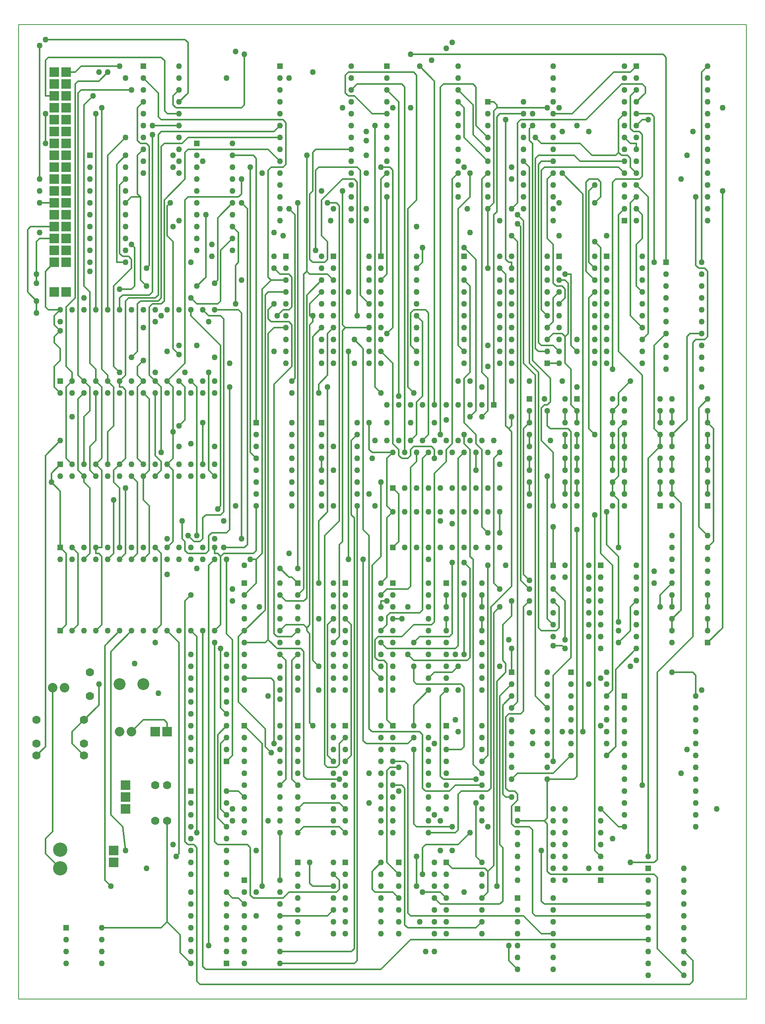
<source format=gbr>
G04 PROTEUS GERBER X2 FILE*
%TF.GenerationSoftware,Labcenter,Proteus,8.6-SP1-Build23413*%
%TF.CreationDate,2017-02-04T10:42:02+00:00*%
%TF.FileFunction,Copper,L3,Inr*%
%TF.FilePolarity,Positive*%
%TF.Part,Single*%
%FSLAX45Y45*%
%MOMM*%
G01*
%TA.AperFunction,Conductor*%
%ADD10C,0.304800*%
%TA.AperFunction,ViaPad*%
%ADD11C,1.270000*%
%TA.AperFunction,ComponentPad*%
%ADD13C,3.048000*%
%ADD14R,2.032000X2.032000*%
%ADD15C,1.778000*%
%ADD16C,2.032000*%
%ADD17C,2.540000*%
%TA.AperFunction,ComponentPad*%
%ADD18R,1.270000X1.270000*%
%ADD19C,1.270000*%
%TA.AperFunction,Profile*%
%ADD70C,0.203200*%
%TD.AperFunction*%
D10*
X+8128000Y-5969000D02*
X+8509000Y-5969000D01*
X+8636000Y-6096000D01*
X+4699000Y-5842000D02*
X+4699000Y-2794000D01*
X+4318000Y-2413000D01*
X+7493000Y-3175000D02*
X+7747000Y-3175000D01*
X+7810500Y-3238500D01*
X+7810500Y-6413500D01*
X+7874000Y-6477000D01*
X+10287000Y-6477000D01*
X+10668000Y-6858000D01*
X+10922000Y-6858000D01*
X+381000Y-5461000D02*
X+63500Y-5143500D01*
X+63500Y-4826000D01*
X+218000Y-4671500D01*
X+218000Y-1595000D01*
X+5080000Y-7239000D02*
X+6604000Y-7239000D01*
X+6667500Y-7175500D01*
X+6667500Y+2032000D01*
X+6604000Y+2095500D01*
X+6604000Y+3683000D01*
X+6731000Y+3810000D01*
X+5080000Y-7493000D02*
X+6667500Y-7493000D01*
X+6731000Y-7429500D01*
X+6731000Y+2286000D01*
X+9525000Y+1714500D02*
X+9398000Y+1841500D01*
X+9398000Y+3492500D01*
X+9271000Y+3619500D01*
X+9271000Y+3810000D01*
X+9017000Y+4064000D01*
X+9017000Y+5016500D01*
X+9144000Y+5143500D01*
X+9144000Y+6985000D01*
X+9017000Y+7112000D01*
X+2984500Y+1968500D02*
X+2984500Y+1587500D01*
X+3048000Y+1524000D01*
X+3048000Y+1333500D01*
X+3111500Y+1270000D01*
X+3492500Y+1270000D01*
X+3556000Y+1333500D01*
X+3556000Y+1651000D01*
X+3619500Y+1714500D01*
X+3937000Y+1714500D01*
X+4000500Y+1778000D01*
X+4000500Y+4826000D01*
X+3556000Y+5143500D02*
X+3556000Y+3048000D01*
X+3683000Y+2921000D01*
X+9144000Y+4191000D02*
X+9271000Y+4318000D01*
X+9271000Y+7556500D01*
X+9017000Y+7810500D01*
X+10668000Y-5080000D02*
X+10668000Y-6159500D01*
X+10731500Y-6223000D01*
X+12954000Y-6223000D01*
X+3302000Y-4699000D02*
X+3302000Y-508000D01*
X+3175000Y-381000D01*
X+3429000Y-381000D02*
X+3429000Y-7556500D01*
X+3492500Y-7620000D01*
X+7239000Y-7620000D01*
X+7874000Y-6985000D01*
X+12954000Y-6985000D01*
X+3556000Y-7112000D02*
X+3556000Y+1016000D01*
X+3683000Y+1143000D01*
X+3175000Y+381000D02*
X+3048000Y+254000D01*
X+3048000Y-4889500D01*
X+3111500Y-4953000D01*
X+3238500Y-4953000D01*
X+3302000Y-5016500D01*
X+3302000Y-7874000D01*
X+3365500Y-7937500D01*
X+13843000Y-7937500D01*
X+13906500Y-7874000D01*
X+13906500Y-7429500D01*
X+13716000Y-7239000D01*
X+8890000Y+11176000D02*
X+9207500Y+10858500D01*
X+9207500Y+10223500D01*
X+9525000Y+9906000D01*
X+8890000Y+10922000D02*
X+9017000Y+10795000D01*
X+9017000Y+10160000D01*
X+9525000Y+9652000D01*
X+8509000Y+3810000D02*
X+8509000Y+11239500D01*
X+8572500Y+11303000D01*
X+9207500Y+11303000D01*
X+9271000Y+11239500D01*
X+9271000Y+10414000D01*
X+9525000Y+10160000D01*
X+9398000Y+4191000D02*
X+9525000Y+4318000D01*
X+9525000Y+5016500D01*
X+9398000Y+5143500D01*
X+9398000Y+9271000D01*
X+9525000Y+9398000D01*
X+3429000Y+4064000D02*
X+3429000Y+3175000D01*
X+7366000Y+5969000D02*
X+7493000Y+6096000D01*
X+7493000Y+9461500D01*
X+7429500Y+9525000D01*
X+7239000Y+9525000D01*
X+7112000Y+10414000D02*
X+7112000Y+4826000D01*
X+7239000Y+4699000D01*
X+2921000Y+4000500D02*
X+3048000Y+4127500D01*
X+3048000Y+4826000D01*
X+2921000Y+4953000D01*
X+3302000Y+1651000D02*
X+3302000Y+4826000D01*
X+3175000Y+4953000D01*
X+4254500Y+1587500D02*
X+4254500Y+6413500D01*
X+4191000Y+6477000D01*
X+3683000Y+6477000D01*
X+3111500Y+1651000D02*
X+3238500Y+1524000D01*
X+3365500Y+1524000D01*
X+3429000Y+1587500D01*
X+3429000Y+2032000D01*
X+3492500Y+2095500D01*
X+3810000Y+2095500D01*
X+3873500Y+2159000D01*
X+3873500Y+6286500D01*
X+3810000Y+6350000D01*
X+3556000Y+6350000D01*
X+3429000Y+6477000D01*
X+3746500Y+2222500D02*
X+3810000Y+2286000D01*
X+3810000Y+5715000D01*
X+3175000Y+6350000D01*
X+3175000Y+6477000D01*
X+10033000Y-3937000D02*
X+9906000Y-3937000D01*
X+9842500Y-3873500D01*
X+9842500Y-1968500D01*
X+10033000Y-1778000D01*
X+10033000Y+8064500D02*
X+10160000Y+7937500D01*
X+10160000Y-1905000D01*
X+10033000Y-2032000D01*
X+5270500Y+8636000D02*
X+5397500Y+8509000D01*
X+5397500Y+5016500D01*
X+5334000Y+4953000D01*
X+10414000Y+508000D02*
X+10223500Y+698500D01*
X+10223500Y+8255000D01*
X+10160000Y+8318500D01*
X+10160000Y+8509000D02*
X+10287000Y+8382000D01*
X+10287000Y+5334000D01*
X+10541000Y+5080000D01*
X+10541000Y-1778000D01*
X+10795000Y-2032000D01*
X+9715500Y-5842000D02*
X+9715500Y-1460500D01*
X+9906000Y-1270000D01*
X+9906000Y-1079500D01*
X+9842500Y-1016000D01*
X+9842500Y-254000D01*
X+10033000Y-63500D01*
X+10033000Y+254000D01*
X+10414000Y+254000D02*
X+10287000Y+127000D01*
X+10287000Y-2095500D01*
X+10223500Y-2159000D01*
X+9969500Y-2159000D01*
X+9906000Y-2222500D01*
X+9906000Y-3746500D01*
X+9969500Y-3810000D01*
X+10096500Y-3810000D01*
X+10160000Y-3873500D01*
X+10160000Y-4000500D01*
X+10033000Y-4127500D01*
X+10033000Y-4508500D01*
X+10096500Y-4572000D01*
X+10414000Y-4572000D01*
X+10477500Y-4635500D01*
X+10477500Y-6413500D01*
X+10541000Y-6477000D01*
X+12954000Y-6477000D01*
X+7683500Y-127000D02*
X+7493000Y-127000D01*
X+12065000Y-3048000D02*
X+12255500Y-2857500D01*
X+12255500Y-1206500D01*
X+12700000Y-762000D01*
X+11176000Y-571500D02*
X+11176000Y+254000D01*
X+10922000Y+508000D01*
X+5461000Y+635000D02*
X+5334000Y+762000D01*
X+5270500Y+762000D01*
X+5080000Y+952500D01*
X+4889500Y+7112000D02*
X+4699000Y+6921500D01*
X+4699000Y+1270000D01*
X+4572000Y+1143000D01*
X+4572000Y+1016000D02*
X+4572000Y+1143000D01*
X+2159000Y+11430000D02*
X+2476500Y+11112500D01*
X+2476500Y+10604500D01*
X+2540000Y+10541000D01*
X+5143500Y+10541000D01*
X+5207000Y+10477500D01*
X+5207000Y+9588500D01*
X+5143500Y+9525000D01*
X+4889500Y+9525000D01*
X+4826000Y+9461500D01*
X+4826000Y+7175500D01*
X+4889500Y+7112000D01*
X+4445000Y+1143000D02*
X+4572000Y+1143000D01*
X+4572000Y+1016000D02*
X+4572000Y+635000D01*
X+4318000Y+381000D01*
X+7937500Y-1143000D02*
X+7937500Y-1460500D01*
X+8001000Y-1524000D01*
X+8953500Y-1524000D01*
X+9017000Y-1587500D01*
X+9017000Y-2857500D01*
X+8953500Y-2921000D01*
X+8636000Y-2921000D01*
X+8763000Y+1079500D02*
X+8763000Y-444500D01*
X+8699500Y-508000D01*
X+8064500Y-508000D01*
X+7937500Y-635000D01*
X+4889500Y+7112000D02*
X+5207000Y+7112000D01*
X+5207000Y+6858000D02*
X+4826000Y+6858000D01*
X+4762500Y+6794500D01*
X+4762500Y+63500D01*
X+4318000Y-381000D01*
X+4191000Y-508000D01*
X+4191000Y-1905000D01*
X+4762500Y-2476500D01*
X+4762500Y-2857500D01*
X+4889500Y-2984500D01*
X+5905500Y+4699000D02*
X+5905500Y+4889500D01*
X+6096000Y+5080000D01*
X+6096000Y+5969000D01*
X+6223000Y+6096000D01*
X+5905500Y+635000D02*
X+5905500Y+1968500D01*
X+6096000Y+2159000D01*
X+6096000Y+4826000D01*
X+9017000Y-889000D02*
X+9017000Y+381000D01*
X+6477000Y+6096000D02*
X+6985000Y+6096000D01*
X+6477000Y+6096000D02*
X+6413500Y+6159500D01*
X+6413500Y+9017000D01*
X+6223000Y-635000D02*
X+6350000Y-508000D01*
X+6350000Y+1460500D01*
X+6413500Y+1524000D01*
X+6413500Y+6032500D01*
X+6477000Y+6096000D01*
X+6540500Y+1143000D02*
X+6540500Y+5588000D01*
X+12065000Y+2159000D02*
X+12065000Y+1460500D01*
X+12319000Y+1206500D01*
X+12319000Y-190500D01*
X+4953000Y+6096000D02*
X+4826000Y+5969000D01*
X+4826000Y-571500D01*
X+2159000Y+10922000D02*
X+2032000Y+10795000D01*
X+2032000Y+10096500D01*
X+2095500Y+10033000D01*
X+2222500Y+10033000D01*
X+2286000Y+9969500D01*
X+2286000Y+7429500D01*
X+2222500Y+7366000D01*
X+4826000Y-571500D02*
X+4762500Y-635000D01*
X+4318000Y-635000D01*
X+5207000Y+6096000D02*
X+4953000Y+6096000D01*
X+4826000Y-571500D02*
X+5016500Y-762000D01*
X+5524500Y-762000D01*
X+5588000Y-825500D01*
X+5588000Y-3492500D01*
X+5651500Y-3556000D01*
X+6350000Y-3556000D01*
X+4318000Y-1397000D02*
X+4889500Y-1397000D01*
X+4953000Y-1460500D01*
X+4953000Y-2794000D01*
X+5969000Y+6096000D02*
X+5778500Y+5905500D01*
X+5778500Y-1016000D01*
X+5905500Y-1143000D01*
X+5651500Y-317500D02*
X+5715000Y-254000D01*
X+5715000Y+6159500D01*
X+5778500Y+6223000D01*
X+5778500Y+6350000D01*
X+2095500Y+8890000D02*
X+2095500Y+7112000D01*
X+2222500Y+6985000D01*
X+3492500Y+8509000D02*
X+3492500Y+7175500D01*
X+3302000Y+6985000D01*
X+5016500Y+6350000D02*
X+5143500Y+6477000D01*
X+5270500Y+6477000D01*
X+5334000Y+6540500D01*
X+5334000Y+7175500D01*
X+5270500Y+7239000D01*
X+5080000Y+7239000D01*
X+4953000Y+7366000D01*
X+5715000Y+6350000D02*
X+5778500Y+6350000D01*
X+5715000Y+6350000D02*
X+5715000Y+6604000D01*
X+5969000Y+6858000D01*
X+2095500Y+8890000D02*
X+2032000Y+8953500D01*
X+2032000Y+9779000D01*
X+2159000Y+9906000D01*
X+5651500Y-317500D02*
X+5588000Y-254000D01*
X+5207000Y-254000D01*
X+5080000Y-381000D01*
X+2095500Y+8890000D02*
X+1905000Y+8890000D01*
X+1778000Y+8763000D01*
X+5651500Y-317500D02*
X+5651500Y-382986D01*
X+5715000Y-446486D01*
X+5715000Y-2349500D01*
X+5778500Y-2413000D01*
X+5969000Y+7112000D02*
X+5651500Y+6794500D01*
X+5651500Y+317500D01*
X+5588000Y+254000D01*
X+5207000Y+254000D01*
X+5080000Y+381000D01*
X+5651500Y+7302500D02*
X+5651500Y+9779000D01*
X+5461000Y+381000D02*
X+5588000Y+508000D01*
X+5588000Y+7239000D01*
X+5651500Y+7302500D01*
X+5715000Y+7239000D01*
X+6096000Y+7239000D01*
X+6223000Y+7112000D01*
X+5461000Y-381000D02*
X+5334000Y-508000D01*
X+5016500Y-508000D01*
X+4953000Y-444500D01*
X+4953000Y+4889500D01*
X+5334000Y+5270500D01*
X+5334000Y+6159500D01*
X+5270500Y+6223000D01*
X+4889500Y+6223000D01*
X+4826000Y+6286500D01*
X+4826000Y+6477000D01*
X+4953000Y+6604000D01*
X+3937000Y-2159000D02*
X+3810000Y-2032000D01*
X+3810000Y-762000D01*
X+12446000Y+9652000D02*
X+11493500Y+9652000D01*
X+11366500Y+9779000D01*
X+10604500Y+9779000D01*
X+10541000Y+9715500D01*
X+10541000Y+5651500D01*
X+10604500Y+5588000D01*
X+10795000Y+5588000D01*
X+12446000Y+9398000D02*
X+12319000Y+9525000D01*
X+10731500Y+9525000D01*
X+10668000Y+9461500D01*
X+10668000Y+6477000D01*
X+10795000Y+6350000D01*
X+9906000Y+10541000D02*
X+9906000Y+7556500D01*
X+9969500Y+7493000D01*
X+10033000Y+7493000D01*
X+10033000Y+7366000D01*
X+12954000Y+10541000D02*
X+12827000Y+10541000D01*
X+12700000Y+10414000D01*
X+13081000Y+7493000D02*
X+13081000Y+10604500D01*
X+13017500Y+10668000D01*
X+12700000Y+10668000D01*
X+10033000Y+8636000D02*
X+10160000Y+8763000D01*
X+10160000Y+10477500D01*
X+10223500Y+10541000D01*
X+11620500Y+10541000D01*
X+12382500Y+11303000D01*
X+12827000Y+11303000D01*
X+12890500Y+11239500D01*
X+12890500Y+11112500D01*
X+12700000Y+10922000D01*
X+12192000Y+5207000D02*
X+12192000Y+9207500D01*
X+12255500Y+9271000D01*
X+12763500Y+9271000D01*
X+12827000Y+9334500D01*
X+12827000Y+10223500D01*
X+12763500Y+10287000D01*
X+12636500Y+10287000D01*
X+12573000Y+10350500D01*
X+12573000Y+11049000D01*
X+12700000Y+11176000D01*
X+10922000Y+9398000D02*
X+10795000Y+9271000D01*
X+10795000Y+8001000D01*
X+10922000Y+7874000D01*
X+10922000Y+7048500D01*
X+10985500Y+6985000D01*
X+11112500Y+6985000D01*
X+11176000Y+6921500D01*
X+11176000Y+6731000D01*
X+11049000Y+6604000D01*
X+11176000Y+7239000D02*
X+11303000Y+7239000D01*
X+11303000Y+5715000D01*
X+11430000Y+5588000D01*
X+10922000Y+9652000D02*
X+10668000Y+9652000D01*
X+10604500Y+9588500D01*
X+10604500Y+5778500D01*
X+10668000Y+5715000D01*
X+10922000Y+5715000D01*
X+11049000Y+5588000D01*
X+11811000Y+9144000D02*
X+11684000Y+9017000D01*
X+11684000Y+7493000D01*
X+11811000Y+7366000D01*
X+7620000Y-3302000D02*
X+7429500Y-3302000D01*
X+7366000Y-3365500D01*
X+7366000Y-5334000D01*
X+7620000Y-5588000D01*
X+12700000Y+9144000D02*
X+12954000Y+8890000D01*
X+12954000Y+5969000D01*
X+12827000Y+5842000D01*
X+12700000Y+8890000D02*
X+12573000Y+8763000D01*
X+12573000Y+6350000D01*
X+12827000Y+6096000D01*
X+12700000Y+8636000D02*
X+12827000Y+8509000D01*
X+12827000Y+8001000D01*
X+12700000Y+7874000D01*
X+12700000Y+6985000D01*
X+12827000Y+6858000D01*
X+12319000Y+9842500D02*
X+12382500Y+9779000D01*
X+12509500Y+9779000D01*
X+12573000Y+9715500D01*
X+12573000Y+9525000D01*
X+12700000Y+9398000D01*
X+12319000Y+9842500D02*
X+12319000Y+10541000D01*
X+12446000Y+10668000D01*
X+9144000Y+9398000D02*
X+9144000Y+8890000D01*
X+8890000Y+8636000D01*
X+8890000Y+5715000D01*
X+9017000Y+5588000D01*
X+12319000Y+9842500D02*
X+12255500Y+9779000D01*
X+11747500Y+9779000D01*
X+11493500Y+10033000D01*
X+10668000Y+10033000D01*
X+10541000Y+10160000D01*
X+12446000Y+10160000D02*
X+12573000Y+10033000D01*
X+12700000Y+10033000D01*
X+12700000Y+9906000D01*
X+9969500Y+3937000D02*
X+10033000Y+3873500D01*
X+10033000Y+571500D01*
X+9588500Y+127000D01*
X+9588500Y-3746500D01*
X+9525000Y-3810000D01*
X+8953500Y-3810000D01*
X+8890000Y-3873500D01*
X+8890000Y-4635500D01*
X+8826500Y-4699000D01*
X+8255000Y-4699000D01*
X+9969500Y+3937000D02*
X+10033000Y+4000500D01*
X+10033000Y+4191000D01*
X+9969500Y+3937000D02*
X+9906000Y+4000500D01*
X+9906000Y+7239000D01*
X+9779000Y+7366000D01*
X+6096000Y+8763000D02*
X+6286500Y+8763000D01*
X+6350000Y+8699500D01*
X+6350000Y+1968500D01*
X+6032500Y+1651000D01*
X+6032500Y-3238500D01*
X+6096000Y-3302000D01*
X+6286500Y-3302000D01*
X+6350000Y-3238500D01*
X+6350000Y-2794000D01*
X+6477000Y-2667000D01*
X+12446000Y+8636000D02*
X+12319000Y+8509000D01*
X+12319000Y+5588000D01*
X+12827000Y+5080000D01*
X+12827000Y-3683000D01*
X+10795000Y+4318000D02*
X+10795000Y+4000500D01*
X+10858500Y+3937000D01*
X+11239500Y+3937000D01*
X+11303000Y+3873500D01*
X+11303000Y-952500D01*
X+10922000Y-1333500D01*
X+10922000Y-3175000D01*
X+8890000Y+9398000D02*
X+8763000Y+9271000D01*
X+8763000Y+3619500D01*
X+8636000Y+3492500D01*
X+8636000Y+3238500D01*
X+8382000Y+2984500D01*
X+8382000Y-190500D01*
X+8318500Y-254000D01*
X+7937500Y-254000D01*
X+7683500Y-508000D01*
X+7175500Y-508000D01*
X+7112000Y-571500D01*
X+7112000Y-952500D01*
X+7175500Y-1016000D01*
X+7302500Y-1016000D01*
X+7366000Y-1079500D01*
X+7366000Y-2286000D01*
X+7493000Y-2413000D01*
X+10287000Y+10668000D02*
X+9779000Y+10668000D01*
X+9715500Y+10604500D01*
X+9715500Y+8572500D01*
X+9652000Y+8509000D01*
X+9652000Y+4445000D01*
X+2667000Y+3175000D02*
X+2794000Y+3048000D01*
X+2794000Y+1524000D01*
X+2667000Y+1397000D01*
X+5715000Y-5334000D02*
X+5715000Y-5778500D01*
X+5778500Y-5842000D01*
X+6223000Y-5842000D01*
X+2667000Y-381000D02*
X+2921000Y-635000D01*
X+2921000Y-5143500D01*
X+2857500Y-5207000D01*
X+2667000Y+4953000D02*
X+2794000Y+4826000D01*
X+2794000Y+3873500D01*
X+2667000Y+3175000D02*
X+2794000Y+3302000D01*
X+2794000Y+3873500D01*
X+2667000Y+4953000D02*
X+3048000Y+5334000D01*
X+3048000Y+8826500D01*
X+3111500Y+8890000D01*
X+4191000Y+8890000D01*
X+4254500Y+8953500D01*
X+4254500Y+9271000D01*
X+2413000Y+4953000D02*
X+2286000Y+5080000D01*
X+2286000Y+6540500D01*
X+2349500Y+6604000D01*
X+2540000Y+6604000D01*
X+2603500Y+6667500D01*
X+2603500Y+8826500D01*
X+3048000Y+9271000D01*
X+3048000Y+9842500D01*
X+3111500Y+9906000D01*
X+4826000Y+9906000D01*
X+5080000Y+9652000D01*
X+2413000Y+4953000D02*
X+2540000Y+4826000D01*
X+2540000Y+3429000D01*
X+3683000Y-635000D02*
X+3683000Y-4889500D01*
X+3746500Y-4953000D01*
X+4381500Y-4953000D01*
X+4445000Y-5016500D01*
X+4445000Y-6032500D01*
X+4508500Y-6096000D01*
X+5143500Y-6096000D01*
X+5270500Y-5969000D01*
X+6286500Y-5969000D01*
X+6350000Y-5905500D01*
X+6350000Y-5715000D01*
X+6223000Y-5588000D01*
X+2413000Y+1397000D02*
X+2540000Y+1270000D01*
X+2540000Y-254000D01*
X+2413000Y-381000D01*
X+2159000Y+4953000D02*
X+2032000Y+5080000D01*
X+2032000Y+5270500D01*
X+2159000Y+5397500D01*
X+2159000Y+4953000D02*
X+2032000Y+4826000D01*
X+2032000Y+3302000D01*
X+2159000Y+3175000D01*
X+1905000Y+5461000D02*
X+2032000Y+5588000D01*
X+2032000Y+6604000D01*
X+2095500Y+6667500D01*
X+2476500Y+6667500D01*
X+2540000Y+6731000D01*
X+2540000Y+9969500D01*
X+2603500Y+10033000D01*
X+2984500Y+10033000D01*
X+3111500Y+10160000D01*
X+5080000Y+10160000D01*
X+1905000Y-381000D02*
X+1460500Y-825500D01*
X+1460500Y-4318000D01*
X+1714500Y-4572000D01*
X+1778000Y-5080000D01*
X+1651000Y+4953000D02*
X+1778000Y+5080000D01*
X+1778000Y+6667500D01*
X+1841500Y+6731000D01*
X+2413000Y+6731000D01*
X+2476500Y+6794500D01*
X+2476500Y+10223500D01*
X+2540000Y+10287000D01*
X+4953000Y+10287000D01*
X+5080000Y+10414000D01*
X+1651000Y+4953000D02*
X+1651000Y+4826000D01*
X+1714500Y+4826000D01*
X+1778000Y+4762500D01*
X+1778000Y+3302000D01*
X+1651000Y+3175000D01*
X+1524000Y+3048000D01*
X+1524000Y+2794000D01*
X+1651000Y+2667000D01*
X+1651000Y+1397000D01*
X+1651000Y-381000D02*
X+1333500Y-698500D01*
X+1333500Y-5715000D01*
X+1460500Y-5842000D01*
X+5080000Y-6477000D02*
X+6096000Y-6477000D01*
X+6223000Y-6350000D01*
X+1397000Y+4953000D02*
X+1524000Y+4826000D01*
X+1524000Y+4000500D01*
X+1397000Y+3873500D01*
X+1397000Y+3175000D01*
X+1397000Y+4953000D02*
X+1397000Y+5080000D01*
X+1270000Y+5207000D01*
X+1270000Y+10795000D01*
X+7937500Y-2667000D02*
X+7810500Y-2794000D01*
X+6921500Y-2794000D01*
X+6858000Y-2730500D01*
X+6858000Y+1143000D01*
X+7937500Y-2921000D02*
X+7937500Y-4508500D01*
X+8001000Y-4572000D01*
X+8763000Y-4572000D01*
X+7937500Y-2413000D02*
X+7937500Y-1968500D01*
X+8255000Y-1651000D01*
X+8001000Y-5842000D02*
X+8001000Y-5207000D01*
X+9525000Y-5524500D02*
X+9525000Y-5969000D01*
X+9398000Y-6096000D01*
X+9525000Y-5524500D02*
X+9461500Y-5461000D01*
X+8763000Y-5461000D01*
X+8636000Y-5334000D01*
X+9525000Y-5524500D02*
X+9652000Y-5397500D01*
X+9652000Y+0D01*
X+9779000Y+127000D01*
X+9779000Y+508000D02*
X+9652000Y+635000D01*
X+9652000Y+3302000D01*
X+9779000Y+3429000D01*
X+10795000Y+2921000D02*
X+10795000Y-127000D01*
X+10922000Y-254000D01*
X+10287000Y+9652000D02*
X+10414000Y+9525000D01*
X+10414000Y+5334000D01*
X+10604500Y+5143500D01*
X+10604500Y-317500D01*
X+10668000Y-381000D01*
X+10985500Y-381000D01*
X+11049000Y-317500D01*
X+11049000Y+127000D01*
X+10922000Y+254000D01*
X+11430000Y+4318000D02*
X+11303000Y+4445000D01*
X+11303000Y+5207000D01*
X+11176000Y+5334000D01*
X+11176000Y+5905500D01*
X+11049000Y+7112000D02*
X+11176000Y+7112000D01*
X+11239500Y+7048500D01*
X+11239500Y+5969000D01*
X+11176000Y+5905500D01*
X+11112500Y+5969000D01*
X+10922000Y+5969000D01*
X+10795000Y+5842000D01*
X+10414000Y+4064000D02*
X+10287000Y+3937000D01*
X+10287000Y+825500D01*
X+10414000Y+698500D01*
X+11430000Y+4318000D02*
X+11430000Y+4064000D01*
X+8636000Y+381000D02*
X+8636000Y+127000D01*
X+10414000Y+4064000D02*
X+10414000Y+4318000D01*
X+13208000Y+2540000D02*
X+13208000Y+2794000D01*
X+14224000Y+2540000D02*
X+14224000Y+2794000D01*
X+14224000Y-127000D02*
X+14224000Y-381000D01*
X+10795000Y+6096000D02*
X+10922000Y+6223000D01*
X+10922000Y+6731000D01*
X+11049000Y+6858000D01*
X+6477000Y-127000D02*
X+6604000Y-254000D01*
X+6604000Y-3048000D01*
X+6477000Y-3175000D01*
X+8636000Y-127000D02*
X+8636000Y-381000D01*
X+10414000Y+3556000D02*
X+10414000Y+3810000D01*
X+11430000Y+3556000D02*
X+11430000Y+3810000D01*
X+13208000Y+3048000D02*
X+13208000Y+3302000D01*
X+14224000Y+3048000D02*
X+14224000Y+3302000D01*
X+14224000Y+381000D02*
X+14224000Y+127000D01*
X+7493000Y-3683000D02*
X+7683500Y-3683000D01*
X+7747000Y-3746500D01*
X+7747000Y-6667500D01*
X+7810500Y-6731000D01*
X+9271000Y-6731000D01*
X+9398000Y-6604000D01*
X+13335000Y+5969000D02*
X+13081000Y+5715000D01*
X+13081000Y+3937000D01*
X+13208000Y+3810000D01*
X+5461000Y-889000D02*
X+5334000Y-1016000D01*
X+5334000Y-3556000D01*
X+5461000Y-3683000D01*
X+13208000Y+3556000D02*
X+12954000Y+3302000D01*
X+12954000Y-5207000D01*
X+10414000Y+3302000D02*
X+10414000Y+3048000D01*
X+11430000Y+3302000D02*
X+11430000Y+3048000D01*
X+13208000Y+3556000D02*
X+13208000Y+3810000D01*
X+14224000Y+3556000D02*
X+14224000Y+3810000D01*
X+7239000Y+5588000D02*
X+7493000Y+5334000D01*
X+7493000Y+3619500D01*
X+7620000Y+3492500D01*
X+7620000Y+3365500D01*
X+7683500Y+3302000D01*
X+7810500Y+3302000D01*
X+7874000Y+3365500D01*
X+7874000Y+3492500D01*
X+7937500Y+3556000D01*
X+8318500Y+3556000D01*
X+8382000Y+3492500D01*
X+8382000Y+3302000D01*
X+5461000Y-4191000D02*
X+5588000Y-4064000D01*
X+6350000Y-4064000D01*
X+6477000Y-4191000D01*
X+14224000Y+4064000D02*
X+14351000Y+3937000D01*
X+14351000Y+1524000D01*
X+14224000Y+1397000D01*
X+10414000Y+2794000D02*
X+10414000Y+2540000D01*
X+11430000Y+2794000D02*
X+11430000Y+2540000D01*
X+13208000Y+4064000D02*
X+13208000Y+4318000D01*
X+14224000Y+4064000D02*
X+14224000Y+4318000D01*
X+12192000Y+2794000D02*
X+12319000Y+2921000D01*
X+12319000Y+3937000D01*
X+12446000Y+4064000D01*
X+8001000Y+5588000D02*
X+7874000Y+5715000D01*
X+7874000Y+6413500D01*
X+7937500Y+6477000D01*
X+8191500Y+6477000D01*
X+8255000Y+6413500D01*
X+8255000Y+3810000D01*
X+8128000Y+3683000D01*
X+12192000Y+2540000D02*
X+12319000Y+2413000D01*
X+12319000Y+1397000D01*
X+11176000Y+2794000D02*
X+11176000Y+2540000D01*
X+12192000Y+2540000D02*
X+12192000Y+2794000D01*
X+13462000Y+4064000D02*
X+13462000Y+4318000D01*
X+14097000Y+5969000D02*
X+13843000Y+5969000D01*
X+13779500Y+5905500D01*
X+13779500Y+4127500D01*
X+13462000Y+3810000D01*
X+8001000Y+6350000D02*
X+8128000Y+6223000D01*
X+8128000Y+4635500D01*
X+8001000Y+4508500D01*
X+8001000Y+3810000D01*
X+7874000Y+3683000D01*
X+13462000Y+635000D02*
X+13208000Y+381000D01*
X+13208000Y+127000D01*
X+5080000Y-889000D02*
X+5207000Y-1016000D01*
X+5207000Y-3556000D01*
X+5080000Y-3683000D01*
X+13462000Y+3810000D02*
X+13462000Y+3556000D01*
X+12446000Y+3810000D02*
X+12446000Y+3556000D01*
X+12192000Y+3048000D02*
X+12192000Y+3302000D01*
X+11176000Y+3302000D02*
X+11176000Y+3048000D01*
X+11811000Y+6858000D02*
X+11684000Y+6731000D01*
X+11684000Y+3937000D01*
X+11811000Y+3810000D01*
X+6985000Y+6604000D02*
X+6794500Y+6794500D01*
X+6794500Y+9461500D01*
X+6731000Y+9525000D01*
X+5905500Y+9525000D01*
X+5842000Y+9461500D01*
X+5842000Y+7747000D01*
X+6223000Y-127000D02*
X+6096000Y-254000D01*
X+6096000Y-3048000D01*
X+6223000Y-3175000D01*
X+9398000Y-127000D02*
X+9398000Y-381000D01*
X+12192000Y+3556000D02*
X+12192000Y+3810000D01*
X+12446000Y+3302000D02*
X+12446000Y+3048000D01*
X+13462000Y+3048000D02*
X+13462000Y+3302000D01*
X+11176000Y+3810000D02*
X+11176000Y+3556000D01*
X+13462000Y+381000D02*
X+13462000Y+127000D01*
X+12192000Y+4318000D02*
X+12319000Y+4445000D01*
X+12319000Y+4699000D01*
X+12573000Y+4953000D01*
X+7239000Y+127000D02*
X+7239000Y+254000D01*
X+7366000Y+254000D01*
X+13462000Y+2540000D02*
X+13652500Y+2349500D01*
X+13652500Y+63500D01*
X+13462000Y-127000D01*
X+11811000Y+7112000D02*
X+11620500Y+7302500D01*
X+11620500Y+9207500D01*
X+11684000Y+9271000D01*
X+11874500Y+9271000D01*
X+11938000Y+9207500D01*
X+11938000Y+8890000D01*
X+11811000Y+8763000D01*
X+8001000Y+7366000D02*
X+8128000Y+7493000D01*
X+8128000Y+7810500D01*
X+9398000Y+127000D02*
X+9398000Y+381000D01*
X+11176000Y+4318000D02*
X+11176000Y+4064000D01*
X+12192000Y+4064000D02*
X+12192000Y+4318000D01*
X+12446000Y+2794000D02*
X+12446000Y+2540000D01*
X+13462000Y+2540000D02*
X+13462000Y+2794000D01*
X+13462000Y-127000D02*
X+13462000Y-381000D01*
X+381000Y+1397000D02*
X+508000Y+1270000D01*
X+508000Y-254000D01*
X+381000Y-381000D01*
X+381000Y+1397000D02*
X+381000Y+2603500D01*
X+190500Y+2794000D01*
X+190500Y+2984500D01*
X+381000Y+3175000D01*
X+4318000Y+11938000D02*
X+4318000Y+10858500D01*
X+4254500Y+10795000D01*
X+2857500Y+10795000D01*
X+2794000Y+10858500D01*
X+2794000Y+11049000D01*
X+2921000Y+11176000D01*
X+63500Y+12255500D02*
X+3048000Y+12255500D01*
X+3111500Y+12192000D01*
X+3111500Y+11112500D01*
X+2921000Y+10922000D01*
X+3683000Y+7048500D02*
X+3746500Y+7112000D01*
X+3746500Y+8445500D01*
X+4064000Y+8763000D01*
X-63500Y+8763000D02*
X+63500Y+8763000D01*
X+63501Y+8762999D01*
X+253999Y+8762999D01*
X+254000Y+8763000D01*
X-127000Y+6667500D02*
X-317500Y+6858000D01*
X-317500Y+8191500D01*
X-254000Y+8255000D01*
X+254000Y+8255000D01*
X+4127500Y+6604000D02*
X+4127500Y+7429500D01*
X+4191000Y+7493000D01*
X+4191000Y+8128000D01*
X+4064000Y+8255000D01*
X-127000Y+6667500D02*
X-127000Y+6413500D01*
X+3175000Y+6731000D02*
X+3302000Y+6604000D01*
X+3746500Y+6604000D01*
X+3810000Y+6667500D01*
X+3810000Y+7747000D01*
X+4064000Y+8001000D01*
X-127000Y+7048500D02*
X-127000Y+7239000D01*
X-127000Y+7937500D01*
X-63500Y+8001000D01*
X+254000Y+8001000D01*
X+254000Y+11049000D02*
X+63500Y+11049000D01*
X+63500Y+11811000D01*
X+127000Y+11874500D01*
X+2540000Y+11874500D01*
X+2612381Y+11802119D01*
X+2612381Y+10731500D01*
X+2675881Y+10668000D01*
X+2921000Y+10668000D01*
X+2349500Y+10414000D02*
X+2921000Y+10414000D01*
X+63500Y+10033000D02*
X+63500Y+10668000D01*
X-63500Y+9271000D02*
X-63500Y+12128500D01*
X+4064000Y+9779001D02*
X+4064000Y+9779000D01*
X+4508500Y+9779001D01*
X+4572000Y+9715501D01*
X+4572000Y+4064000D01*
X+508000Y+11557000D02*
X+698500Y+11557000D01*
X+825500Y+11684000D01*
X+1651000Y+11684000D01*
X+8064500Y+11684000D02*
X+8382000Y+11366500D01*
X+8382000Y+4445000D01*
X+2921000Y+5524500D02*
X+2794000Y+5651500D01*
X+2794000Y+7937500D01*
X+2667000Y+8064500D01*
X+2667000Y+8699500D01*
X+2730500Y+8763000D01*
X+11557000Y-2540000D02*
X+11557000Y+8953500D01*
X+11112500Y+9398000D01*
X+8636000Y-1651000D02*
X+8509000Y-1778000D01*
X+8509000Y-3492500D01*
X+8572500Y-3556000D01*
X+9271000Y-3556000D01*
X+4572000Y+2286000D02*
X+4572000Y+1333500D01*
X+4508500Y+1270000D01*
X+3873500Y+1270000D01*
X+3810000Y+1206500D01*
X+10033000Y-3556000D02*
X+10160000Y-3429000D01*
X+10922000Y-3429000D01*
X+11303000Y-3048000D01*
X+9525000Y+8636000D02*
X+9652000Y+8763000D01*
X+9652000Y+10731500D01*
X+9715500Y+10795000D01*
X+7366000Y+8890000D02*
X+7366000Y+7239000D01*
X+7239000Y+7112000D01*
X+3683000Y-381000D02*
X+3810000Y-254000D01*
X+3810000Y+1206500D01*
X+11938000Y-4191000D02*
X+12319000Y-4572000D01*
X+12446000Y-4572000D01*
X+9969500Y-7112000D02*
X+9969500Y-7429500D01*
X+10160000Y-7620000D01*
X+4318000Y-6223000D02*
X+4191000Y-6096000D01*
X+4064000Y-6096000D01*
X+3937000Y-5969000D01*
X+1651000Y+6921500D02*
X+1905000Y+6921500D01*
X+1968500Y+6985000D01*
X+1968500Y+7810500D01*
X+1905000Y+7874000D01*
X+3683000Y+1397000D02*
X+3683000Y+1270000D01*
X+3746500Y+1270000D01*
X+3810000Y+1206500D01*
X+9715500Y+10795000D02*
X+9715500Y+10858500D01*
X+9652000Y+10922000D01*
X+9525000Y+10922000D01*
X+14224000Y+4572000D02*
X+14033500Y+4381500D01*
X+14033500Y+1841500D01*
X+14224000Y+1651000D01*
X+2413000Y+4699000D02*
X+2413000Y+3365500D01*
X+2540000Y+3238500D01*
X+2540000Y+3048000D01*
X+2413000Y+2921000D01*
X+1905000Y+2921000D02*
X+2032000Y+2794000D01*
X+2032000Y+1270000D01*
X+1905000Y+1143000D01*
X+9525000Y+8636000D02*
X+9525000Y+7366000D01*
X+7493000Y+2667000D02*
X+7620000Y+2540000D01*
X+7620000Y+1524000D01*
X+7493000Y+1397000D01*
X+10795000Y+10795000D02*
X+9715500Y+10795000D01*
X+5461000Y-4699000D02*
X+5588000Y-4572000D01*
X+6350000Y-4572000D01*
X+6477000Y-4699000D01*
X+1905000Y-2540000D02*
X+2159000Y-2286000D01*
X+2603500Y-2286000D01*
X+2667000Y-2349500D01*
X+2667000Y-2540000D01*
X+10033000Y-762000D02*
X+10033000Y-1270000D01*
X+10922000Y-698500D02*
X+11112500Y-698500D01*
X+11176000Y-762000D01*
X+5969000Y+3302000D02*
X+5969000Y+3048000D01*
X+10795000Y+5334000D02*
X+11049000Y+5334000D01*
X+10033000Y-1524000D02*
X+9779000Y-1778000D01*
X+9779000Y-4953000D01*
X+9842500Y-5016500D01*
X+9842500Y-6159500D01*
X+9779000Y-6223000D01*
X+8509000Y-6223000D01*
X+8382000Y-6096000D01*
X+4445000Y+9525000D02*
X+4445000Y+3429000D01*
X+4572000Y+3302000D01*
X+11811000Y+2095500D02*
X+11811000Y-5080000D01*
X+11938000Y-5207000D01*
X+10731500Y-4445000D02*
X+10795000Y-4508500D01*
X+10795000Y-5524500D01*
X+10858500Y-5588000D01*
X+13081000Y-5588000D01*
X+13144500Y-5651500D01*
X+13144500Y-7175500D01*
X+13716000Y-7747000D01*
X+10795000Y-3556000D02*
X+10795000Y-4381500D01*
X+10731500Y-4445000D01*
X+10160000Y-4445000D01*
X+10795000Y-3556000D02*
X+11366500Y-3556000D01*
X+11430000Y-3492500D01*
X+11430000Y+1778000D01*
X+9779000Y+2159000D02*
X+9779000Y+1714500D01*
X+1143000Y+1397000D02*
X+1143000Y+1270000D01*
X+1206500Y+1270000D01*
X+1270000Y+1206500D01*
X+1270000Y-254000D01*
X+1143000Y-381000D01*
X+1143000Y+4953000D02*
X+1270000Y+4826000D01*
X+1270000Y+3302000D01*
X+1143000Y+3175000D01*
X+1270000Y+3048000D01*
X+1270000Y+1397000D01*
X+1143000Y+4953000D02*
X+1143000Y+5207000D01*
X+1016000Y+5334000D01*
X+1016000Y+6858000D01*
X+889000Y+6985000D01*
X+889000Y+10858500D01*
X+1079500Y+11049000D01*
X+1143000Y+1397000D02*
X+1270000Y+1397000D01*
X+889000Y+4953000D02*
X+1016000Y+4826000D01*
X+1016000Y+4318000D01*
X+889000Y+4191000D01*
X+889000Y+3175000D01*
X+889000Y+4953000D02*
X+762000Y+5080000D01*
X+762000Y+11112500D01*
X+825500Y+11176000D01*
X+1905000Y+11176000D01*
X+1143000Y+4699000D02*
X+1143000Y+3683000D01*
X+1016000Y+3556000D01*
X+1016000Y+3048000D01*
X+1143000Y+2921000D01*
X+1143000Y+6477000D02*
X+1143000Y+10668000D01*
X+1524000Y+2413000D02*
X+1524000Y+1270000D01*
X+1397000Y+1143000D01*
X+1397000Y+6477000D02*
X+1397000Y+9779000D01*
X+1778000Y+10160000D01*
X+6731000Y+6350000D02*
X+6731000Y+9207500D01*
X+6667500Y+9271000D01*
X+6413500Y+9271000D01*
X+5969000Y+8826500D01*
X+5969000Y+8064500D01*
X+6096000Y+7937500D01*
X+6096000Y+7556500D01*
X+6032500Y+7493000D01*
X+5778500Y+7493000D01*
X+5715000Y+7556500D01*
X+5715000Y+8953500D01*
X+5778500Y+9017000D01*
X+5778500Y+9842500D01*
X+5842000Y+9906000D01*
X+6604000Y+9906000D01*
X+2159000Y+2921000D02*
X+2159000Y+2413000D01*
X+2286000Y+2286000D01*
X+2286000Y+1270000D01*
X+2159000Y+1143000D01*
X+2159000Y+4699000D02*
X+2286000Y+4572000D01*
X+2286000Y+3048000D01*
X+2159000Y+2921000D01*
X+1778000Y+2667000D02*
X+1778000Y+1270000D01*
X+1651000Y+1143000D01*
X+1651000Y+6477000D02*
X+1651000Y+6731000D01*
X+1714500Y+6794500D01*
X+2286000Y+6794500D01*
X+2349500Y+6858000D01*
X+2349500Y+10223500D01*
X+635000Y+4953000D02*
X+508000Y+4826000D01*
X+508000Y+3302000D01*
X+635000Y+3175000D01*
X+635000Y+1397000D02*
X+762000Y+1270000D01*
X+762000Y-254000D01*
X+635000Y-381000D01*
X+635000Y+4953000D02*
X+635000Y+5143500D01*
X+508000Y+5270500D01*
X+508000Y+6540500D01*
X+698500Y+6731000D01*
X+698500Y+11303000D01*
X+762000Y+11366500D01*
X+1206500Y+11366500D01*
X+1397000Y+11557000D01*
X+7747000Y+3429000D02*
X+7747000Y+11239500D01*
X+7683500Y+11303000D01*
X+6731000Y+11303000D01*
X+6604000Y+11176000D01*
X+889000Y+4699000D02*
X+762000Y+4572000D01*
X+762000Y+3048000D01*
X+889000Y+2921000D01*
X+889000Y+2794000D01*
X+1016000Y+2667000D01*
X+1016000Y+1270000D01*
X+889000Y+1143000D01*
X+9144000Y-4699000D02*
X+8890000Y-4953000D01*
X+8191500Y-4953000D01*
X+8128000Y-5016500D01*
X+8128000Y-5588000D01*
X+10922000Y+1016000D02*
X+10922000Y+1841500D01*
X+7874000Y+11938000D02*
X+13271500Y+11938000D01*
X+13335000Y+11874500D01*
X+13335000Y+7493000D01*
X+7620000Y+4635500D02*
X+7620000Y+10922000D01*
X+7366000Y+11176000D01*
X+7937500Y+4699000D02*
X+7810500Y+4826000D01*
X+7810500Y+8636000D01*
X+8001000Y+8826500D01*
X+8001000Y+11493500D01*
X+7937500Y+11557000D01*
X+6540500Y+11557000D01*
X+6477000Y+11493500D01*
X+6477000Y+11112500D01*
X+6540500Y+11049000D01*
X+6667500Y+11049000D01*
X+7048500Y+10668000D01*
X+7366000Y+10668000D01*
X+10477500Y+10414000D02*
X+10414000Y+10350500D01*
X+10414000Y+10096500D01*
X+10477500Y+10033000D01*
X+10477500Y+5397500D01*
X+10858500Y+5016500D01*
X+10858500Y+4508500D01*
X+10795000Y+4445000D01*
X+10731500Y+4445000D01*
X+10668000Y+4381500D01*
X+10668000Y+3683000D01*
X+10922000Y+3429000D01*
X+10922000Y+2286000D01*
X+8890000Y-1143000D02*
X+8763000Y-1270000D01*
X+8382000Y-1270000D01*
X+8255000Y-1397000D01*
X+14541500Y+9017000D02*
X+14541500Y-317500D01*
X+14224000Y-635000D01*
X+7810500Y-889000D02*
X+7937500Y-1016000D01*
X+9080500Y-1016000D01*
X+9144000Y-952500D01*
X+9144000Y+952500D01*
X+9017000Y+1079500D01*
X-127000Y-3048000D02*
X+63500Y-2857500D01*
X+63500Y+3365500D01*
X+381000Y+3683000D01*
X+10922000Y+10668000D02*
X+11329465Y+10668000D01*
X+12218465Y+11557000D01*
X+12573000Y+11557000D01*
X+12700000Y+11684000D01*
X+9525000Y+1016000D02*
X+9525000Y-3048000D01*
X+9398000Y-3175000D01*
X+5461000Y+952500D02*
X+5461000Y+8763000D01*
X+12319000Y-635000D02*
X+12573000Y-381000D01*
X+12573000Y+127000D01*
X+12700000Y+254000D01*
X+9017000Y+3810000D02*
X+9017000Y+3619500D01*
X+9144000Y+3492500D01*
X+9144000Y+1206500D01*
X+9207500Y+1143000D01*
X+9207500Y-3238500D01*
X+9398000Y-3429000D01*
X+6667500Y+5842000D02*
X+6858000Y+5651500D01*
X+6858000Y+1778000D01*
X+6985000Y+1651000D01*
X+6985000Y-2476500D01*
X+7048500Y-2540000D01*
X+8064500Y-2540000D01*
X+8128000Y-2603500D01*
X+8128000Y-3746500D01*
X+8191500Y-3810000D01*
X+8699500Y-3810000D01*
X+8826500Y-3683000D01*
X+9398000Y-3683000D01*
X+11811000Y+7937500D02*
X+11938000Y+7810500D01*
X+11938000Y+1270000D01*
X+12192000Y+1016000D01*
X+12192000Y-1651000D01*
X+12065000Y-1778000D01*
X+1651000Y+5143500D02*
X+1524000Y+5270500D01*
X+1524000Y+6985000D01*
X+1905000Y+7366000D01*
X+1905000Y+7556500D01*
X+1841500Y+7620000D01*
X+1714500Y+7620000D01*
X+1651000Y+7683500D01*
X+1651000Y+9144000D01*
X+1778000Y+9271000D01*
X+3937000Y-2667000D02*
X+3810000Y-2794000D01*
X+3810000Y-4191000D01*
X+3937000Y-4318000D01*
X+3937000Y-2413000D02*
X+3746500Y-2603500D01*
X+3746500Y-4381500D01*
X+3937000Y-4572000D01*
X+3873500Y+1397000D02*
X+4318000Y+1397000D01*
X+4381500Y+1460500D01*
X+4381500Y+8636000D01*
X+4254500Y+8763000D01*
X+3937000Y-3175000D02*
X+4064000Y-3048000D01*
X+4064000Y-571500D01*
X+3937000Y-444500D01*
X+3937000Y+1143000D01*
X+9271000Y+3048000D02*
X+9271000Y+3429000D01*
X+7239000Y+2794000D02*
X+7239000Y+1206500D01*
X+7048500Y+1016000D01*
X+7048500Y-1206500D01*
X+7239000Y-1397000D01*
X+7239000Y-635000D02*
X+7366000Y-762000D01*
X+8826500Y-762000D01*
X+8890000Y-698500D01*
X+8890000Y+3302000D01*
X+9017000Y+3429000D01*
X+7239000Y-381000D02*
X+7366000Y-254000D01*
X+7366000Y-63500D01*
X+7429500Y+0D01*
X+8064500Y+0D01*
X+8128000Y+63500D01*
X+8128000Y+3302000D01*
X+8255000Y+3429000D01*
X+7239000Y+381000D02*
X+7366000Y+508000D01*
X+7810500Y+508000D01*
X+7874000Y+571500D01*
X+7874000Y+3111500D01*
X+8001000Y+3238500D01*
X+8001000Y+3429000D01*
X+381000Y+5651500D02*
X+254000Y+5778500D01*
X+254000Y+5905500D01*
X+381000Y+6032500D01*
X+14097000Y+7493000D02*
X+14097000Y+11557000D01*
X+14224000Y+11684000D01*
X+1778000Y+9779000D02*
X+1587500Y+9588500D01*
X+1587500Y+7493000D01*
X+2667000Y-6604000D02*
X+2946570Y-6883570D01*
X+2946570Y-7264570D01*
X+3175000Y-7493000D01*
X+7620000Y-6096000D02*
X+7493000Y-5969000D01*
X+7112000Y-5969000D01*
X+7048500Y-5905500D01*
X+7048500Y-5524500D01*
X+7239000Y-5334000D01*
X+13462000Y-1270000D02*
X+13906500Y-1270000D01*
X+13970000Y-1333500D01*
X+13970000Y-1778000D01*
X+889000Y-2286000D02*
X+1206500Y-1968500D01*
X+1206500Y-1524000D01*
X+7493000Y+3429000D02*
X+7048500Y+3429000D01*
X+6985000Y+3492500D01*
X+6985000Y+4064000D01*
X+7239000Y+635000D02*
X+7366000Y+762000D01*
X+7366000Y+2032000D01*
X+7493000Y+2159000D01*
X+9398000Y-5334000D02*
X+9271000Y-5207000D01*
X+9271000Y-4064000D01*
X+381000Y+6477000D02*
X+254000Y+6350000D01*
X+254000Y+6159500D01*
X+381000Y+6032500D01*
X+2667000Y-6604000D02*
X+2540000Y-6731000D01*
X+1270000Y-6731000D01*
X+4318000Y-3937000D02*
X+4191000Y-3810000D01*
X+3937000Y-3810000D01*
X+2667000Y-4445000D02*
X+2667000Y-6604000D01*
X+7493000Y+3429000D02*
X+7366000Y+3302000D01*
X+7366000Y+2286000D01*
X+7493000Y+2159000D01*
X+381000Y+6477000D02*
X+127000Y+6477000D01*
X+63500Y+6540500D01*
X+63500Y+7302500D01*
X+254000Y+7493000D01*
X+5080000Y-4699000D02*
X+5080000Y-5715000D01*
X+381000Y+4699000D02*
X+254000Y+4826000D01*
X+254000Y+5270500D01*
X+381000Y+5397500D01*
X+381000Y+5651500D01*
X+889000Y-3048000D02*
X+635000Y-2794000D01*
X+635000Y-2540000D01*
X+889000Y-2286000D01*
X+1778000Y+7493000D02*
X+1587500Y+7493000D01*
X+13970000Y+8890000D02*
X+13970000Y+7429500D01*
X+14033500Y+7366000D01*
X+14160500Y+7366000D01*
X+14224000Y+7302500D01*
X+14224000Y+5905500D01*
X+14160500Y+5842000D01*
X+13970000Y+5842000D01*
X+13906500Y+5778500D01*
X+13906500Y-508000D01*
X+13144500Y-1270000D01*
X+13144500Y-5270500D01*
X+13081000Y-5334000D01*
X+12573000Y-5334000D01*
X+7366000Y+9398000D02*
X+7239000Y+9271000D01*
X+7239000Y+7620000D01*
D11*
X+8128000Y-5969000D03*
X+4699000Y-5842000D03*
X+11684000Y-5461000D03*
X+9525000Y+1714500D03*
X+2667000Y+1587500D03*
X+4254500Y+7112000D03*
X+8890000Y+4953000D03*
X+4000500Y+4826000D03*
X+2984500Y+1968500D03*
X+3556000Y+5143500D03*
X+3302000Y+5715000D03*
X+9525000Y+5715000D03*
X+3048000Y+5143500D03*
X+9017000Y+7810500D03*
X+9144000Y+4191000D03*
X+8636000Y+4127500D03*
X+2540000Y+6350000D03*
X+2794000Y-4953000D03*
X+10668000Y-5080000D03*
X+3302000Y-4699000D03*
X+3556000Y-7112000D03*
X+3175000Y+381000D03*
X+4318000Y+1016000D03*
X+13081000Y+635000D03*
X+2667000Y+825500D03*
X+9398000Y+4826000D03*
X+2413000Y+5143500D03*
X+2921000Y+3556000D03*
X+8509000Y+3810000D03*
X+9398000Y+4191000D03*
X+3429000Y+4064000D03*
X+7239000Y+9525000D03*
X+7366000Y+5969000D03*
X+3683000Y+5461000D03*
X+10414000Y+4953000D03*
X+4000500Y+5334000D03*
X+3619500Y+7874000D03*
X+5143500Y+8064500D03*
X+3175000Y+7493000D03*
X+7239000Y+4699000D03*
X+7112000Y+10414000D03*
X+2921000Y+4000500D03*
X+3683000Y+3556000D03*
X+6223000Y+3556000D03*
X+7366000Y+4064000D03*
X+7874000Y+4064000D03*
X+3302000Y+1651000D03*
X+3683000Y+1587500D03*
X+4254500Y+1587500D03*
X+3111500Y+1651000D03*
X+3746500Y+2222500D03*
X+3873500Y+1968500D03*
X+4127500Y+2286000D03*
X+2667000Y+5588000D03*
X+10414000Y+0D03*
X+10033000Y-3937000D03*
X+5270500Y+11430000D03*
X+10033000Y+8064500D03*
X+8001000Y+8255000D03*
X+6223000Y+8636000D03*
X+10033000Y+4953000D03*
X+5334000Y+4953000D03*
X+5270500Y+8636000D03*
X+9779000Y+8382000D03*
X+6921500Y+8382000D03*
X+10160000Y+8318500D03*
X+10414000Y+508000D03*
X+10731500Y+4572000D03*
X+9144000Y+4953000D03*
X+9144000Y+8128000D03*
X+5969000Y+9017000D03*
X+10160000Y+8509000D03*
X+9080500Y+8636000D03*
X+6921500Y+8636000D03*
X+11112500Y+10287000D03*
X+6921500Y+9398000D03*
X+10033000Y+254000D03*
X+9715500Y-5842000D03*
X+10414000Y+254000D03*
X+7683500Y-127000D03*
X+8064500Y-6604000D03*
X+8382000Y-7239000D03*
X+8191500Y-7239000D03*
X+9017000Y-5969000D03*
X+8509000Y-5080000D03*
X+8509000Y-4445000D03*
X+9398000Y-4445000D03*
X+11176000Y-571500D03*
X+4064000Y-4445000D03*
X+12192000Y-4826000D03*
X+11684000Y-1524000D03*
X+4064000Y-4191000D03*
X+5080000Y+952500D03*
X+13081000Y+889000D03*
X+7937500Y-1143000D03*
X+7937500Y-635000D03*
X+8763000Y+1079500D03*
X+4445000Y+1143000D03*
X+4889500Y-2984500D03*
X+8382000Y-2794000D03*
X+5905500Y+4699000D03*
X+5334000Y+4699000D03*
X+6096000Y+4826000D03*
X+5905500Y+635000D03*
X+6667500Y+5334000D03*
X+9017000Y+381000D03*
X+9017000Y-889000D03*
X+6159500Y+8382000D03*
X+5905500Y-127000D03*
X+6413500Y+9017000D03*
X+6540500Y+5588000D03*
X+6540500Y+1143000D03*
X+6540500Y+6858000D03*
X+4064000Y+508000D03*
X+12319000Y-190500D03*
X+12065000Y+2159000D03*
X+9779000Y+3175000D03*
X+6223000Y+3048000D03*
X+2222500Y+7366000D03*
X+6350000Y-3556000D03*
X+4953000Y-2794000D03*
X+8890000Y-2540000D03*
X+4953000Y+5588000D03*
X+2921000Y+5715000D03*
X+9969500Y-571500D03*
X+9906000Y+1016000D03*
X+11176000Y+1016000D03*
X+4953000Y+8128000D03*
X+5905500Y-1651000D03*
X+5905500Y-1143000D03*
X+2222500Y+6985000D03*
X+3302000Y+6985000D03*
X+3492500Y+8509000D03*
X+4953000Y+7366000D03*
X+5016500Y+6350000D03*
X+5778500Y+6350000D03*
X+5778500Y-2413000D03*
X+8826500Y-2286000D03*
X+11938000Y-2413000D03*
X+4699000Y+9398000D03*
X+2794000Y+9525000D03*
X+11112500Y-2540000D03*
X+4826000Y-1778000D03*
X+4064000Y+254000D03*
X+5651500Y+9779000D03*
X+3810000Y-762000D03*
X+4953000Y+6604000D03*
X+14097000Y-1651000D03*
X+5270500Y+1270000D03*
X+7048500Y+3302000D03*
X+8382000Y+4064000D03*
X+12065000Y+8064500D03*
X+11049000Y+8064500D03*
X+9906000Y+10541000D03*
X+12954000Y+10541000D03*
X+13081000Y+7493000D03*
X+10033000Y+8636000D03*
X+12192000Y+5207000D03*
X+11430000Y+5588000D03*
X+11176000Y+7239000D03*
X+11684000Y+10287000D03*
X+13906500Y+10287000D03*
X+11811000Y+9144000D03*
X+13779500Y+9779000D03*
X+13779500Y-2921000D03*
X+7620000Y-3302000D03*
X+9144000Y+9398000D03*
X+10541000Y+10160000D03*
X+11430000Y+5842000D03*
X+11430000Y+10414000D03*
X+10033000Y+9525000D03*
X+10033000Y+9271000D03*
X+10033000Y+4191000D03*
X+6096000Y+8763000D03*
X+11049000Y+8763000D03*
X+12827000Y-3683000D03*
X+6985000Y-3429000D03*
X+6985000Y-4064000D03*
X+7620000Y-3810000D03*
X+10922000Y-3175000D03*
X+10795000Y+4318000D03*
X+5715000Y-5334000D03*
X+2857500Y-5207000D03*
X+4254500Y+9271000D03*
X+2794000Y+3873500D03*
X+3683000Y-635000D03*
X+2413000Y-635000D03*
X+2540000Y+3429000D03*
X+2794000Y+9779000D03*
X+3556000Y+6223000D03*
X+2159000Y+5397500D03*
X+2222500Y-5461000D03*
X+4572000Y-5080000D03*
X+1778000Y-5080000D03*
X+1905000Y+5461000D03*
X+1460500Y-5842000D03*
X+1968500Y-1079500D03*
X+1270000Y+10795000D03*
X+6858000Y+1143000D03*
X+7937500Y-2667000D03*
X+4572000Y-6477000D03*
X+4572000Y-5969000D03*
X+635000Y+4191000D03*
X+7937500Y-2413000D03*
X+8763000Y-4572000D03*
X+8763000Y-5080000D03*
X+8001000Y-5207000D03*
X+8001000Y-5842000D03*
X+7937500Y-2921000D03*
X+9779000Y+127000D03*
X+9779000Y+508000D03*
X+10795000Y+2921000D03*
X+1206500Y+11557000D03*
X+9017000Y+635000D03*
X+10414000Y+698500D03*
X+4635500Y+127000D03*
X+10858500Y+3683000D03*
X+12954000Y-5207000D03*
X+8382000Y+3302000D03*
X+12573000Y-1143000D03*
X+12319000Y+1397000D03*
X+13208000Y+127000D03*
X+11811000Y+3810000D03*
X+5842000Y+7747000D03*
X+11811000Y+8763000D03*
X+8128000Y+7810500D03*
X+7366000Y+254000D03*
X+7112000Y+3683000D03*
X+12573000Y+4953000D03*
X+190500Y+2794000D03*
X+4318000Y+11938000D03*
X+63500Y+12255500D03*
X-63500Y+9017000D03*
X+3683000Y+7048500D03*
X-63500Y+8128000D03*
X-63500Y+8763000D03*
X+381000Y+6223000D03*
X+4127500Y+6604000D03*
X+2413000Y+6223000D03*
X-127000Y+6413500D03*
X-127000Y+6667500D03*
X+3175000Y+6731000D03*
X-127000Y+7239000D03*
X-127000Y+7048500D03*
X+2349500Y+10414000D03*
X+63500Y+10668000D03*
X+63500Y+10033000D03*
X+1016000Y+7302500D03*
X+4127500Y+12001500D03*
X-63500Y+12128500D03*
X-63500Y+9271000D03*
X+3429000Y+9652000D03*
X+14097000Y+4826000D03*
X+1651000Y+11684000D03*
X+8763000Y+12192000D03*
X+8636000Y+12065000D03*
X+8318500Y+11811000D03*
X+8064500Y+11684000D03*
X+7874000Y+10795000D03*
X+6921500Y+10287000D03*
X+6921500Y+9779000D03*
X+2921000Y+8382000D03*
X+2794000Y+8255000D03*
X+2476500Y-1714500D03*
X+2730500Y+8763000D03*
X+2921000Y+5524500D03*
X+11112500Y+9398000D03*
X+11557000Y-2540000D03*
X+1905000Y+7874000D03*
X+1651000Y+6921500D03*
X+10033000Y-762000D03*
X+11176000Y-762000D03*
X+9969500Y-7112000D03*
X+10795000Y+10795000D03*
X+9525000Y+7366000D03*
X+10922000Y-698500D03*
X+9271000Y-3556000D03*
X+4445000Y+9525000D03*
X+9017000Y+9525000D03*
X+11811000Y+2095500D03*
X+8509000Y+1968500D03*
X+8382000Y-4318000D03*
X+14414500Y-4191000D03*
X+11430000Y+1778000D03*
X+9779000Y+1714500D03*
X+4826000Y-4445000D03*
X+9525000Y-4572000D03*
X+1079500Y+11049000D03*
X+1905000Y+11176000D03*
X+1143000Y+10668000D03*
X+6413500Y+10795000D03*
X+1778000Y+10160000D03*
X+1524000Y+2413000D03*
X+6731000Y+6350000D03*
X+2159000Y+6096000D03*
X+2349500Y+10223500D03*
X+1778000Y+2667000D03*
X+1397000Y+11557000D03*
X+3937000Y+11430000D03*
X+8128000Y-5588000D03*
X+9144000Y-4699000D03*
X+13652500Y-3429000D03*
X+11176000Y+762000D03*
X+10922000Y+1841500D03*
X+8763000Y+1905000D03*
X+7874000Y+11938000D03*
X+7620000Y+4635500D03*
X+8255000Y+1143000D03*
X+8890000Y-1651000D03*
X+8826500Y-889000D03*
X+7937500Y+4699000D03*
X+11938000Y-1397000D03*
X+10922000Y+2286000D03*
X+10477500Y+10414000D03*
X+10477500Y+10668000D03*
X+7493000Y+10795000D03*
X+8890000Y-1143000D03*
X+12700000Y-1016000D03*
X+13652500Y+9271000D03*
X+6921500Y+10096500D03*
X+12319000Y-381000D03*
X+14541500Y+9017000D03*
X+9017000Y+1079500D03*
X+7810500Y-889000D03*
X+3302000Y+952500D03*
X+381000Y+3683000D03*
X+3175000Y+3619500D03*
X+889000Y+6731000D03*
X+10477500Y-2794000D03*
X+10477500Y-2540000D03*
X+9525000Y+1016000D03*
X+5461000Y+8763000D03*
X+5461000Y+952500D03*
X+12319000Y-635000D03*
X+5080000Y-1841500D03*
X+9017000Y+3810000D03*
X+6667500Y+5842000D03*
X+3619500Y+7620000D03*
X+4953000Y+7620000D03*
X+11811000Y+7937500D03*
X+11430000Y+4826000D03*
X+11112500Y+4953000D03*
X+1651000Y+5143500D03*
X+4254500Y+8763000D03*
X+3873500Y+1397000D03*
X+3937000Y+1143000D03*
X+5778500Y+11557000D03*
X+1778000Y+11430000D03*
X+6223000Y+2286000D03*
X+7810500Y+127000D03*
X+6985000Y+2540000D03*
X+7112000Y+2286000D03*
X+9271000Y+3048000D03*
X+7239000Y+2794000D03*
X+381000Y+6032500D03*
X+6985000Y+4064000D03*
X+9525000Y+5270500D03*
X+13462000Y-1270000D03*
X+1206500Y-1524000D03*
X+9271000Y-4064000D03*
X+9779000Y-1143000D03*
X+14541500Y+10795000D03*
X+11049000Y+10795000D03*
X+12573000Y-5334000D03*
X+13970000Y+8890000D03*
D13*
X+381000Y-5461000D03*
X+381000Y-5064760D03*
D14*
X+1524000Y-5334000D03*
X+1524000Y-5080000D03*
X+1778000Y-4191000D03*
X+1778000Y-3937000D03*
X+1778000Y-3683000D03*
D15*
X-127000Y-3048000D03*
X+889000Y-3048000D03*
X-127000Y-2794000D03*
X+889000Y-2794000D03*
X-127000Y-2286000D03*
X+889000Y-2286000D03*
D16*
X+1651000Y-2540000D03*
X+1905000Y-2540000D03*
D17*
X+1651000Y-1524000D03*
X+2159000Y-1524000D03*
D15*
X+1016000Y-1270000D03*
X+1016000Y-1778000D03*
D16*
X+218000Y-1595000D03*
X+472000Y-1595000D03*
D15*
X+2667000Y-3683000D03*
X+2667000Y-4445000D03*
X+2413000Y-3683000D03*
X+2413000Y-4445000D03*
D14*
X+2413000Y-2540000D03*
X+2667000Y-2540000D03*
X+254000Y+11557000D03*
X+254000Y+11303000D03*
X+254000Y+11049000D03*
X+254000Y+10795000D03*
X+254000Y+10541000D03*
X+254000Y+10287000D03*
X+254000Y+10033000D03*
X+254000Y+9779000D03*
X+254000Y+9525000D03*
X+254000Y+9271000D03*
X+254000Y+9017000D03*
X+254000Y+8763000D03*
X+254000Y+8509000D03*
X+508000Y+8509000D03*
X+508000Y+8763000D03*
X+508000Y+9017000D03*
X+508000Y+9271000D03*
X+508000Y+9525000D03*
X+508000Y+9779000D03*
X+508000Y+10033000D03*
X+508000Y+10287000D03*
X+508000Y+10541000D03*
X+508000Y+10795000D03*
X+508000Y+11049000D03*
X+508000Y+11303000D03*
X+508000Y+11557000D03*
X+508000Y+8255000D03*
X+508000Y+8001000D03*
X+254000Y+8255000D03*
X+254000Y+8001000D03*
X+508000Y+7747000D03*
X+254000Y+7747000D03*
X+254000Y+7493000D03*
X+508000Y+7493000D03*
D18*
X+381000Y+4953000D03*
D19*
X+635000Y+4953000D03*
X+889000Y+4953000D03*
X+1143000Y+4953000D03*
X+1397000Y+4953000D03*
X+1651000Y+4953000D03*
X+1905000Y+4953000D03*
X+2159000Y+4953000D03*
X+2413000Y+4953000D03*
X+2667000Y+4953000D03*
X+2921000Y+4953000D03*
X+3175000Y+4953000D03*
X+3429000Y+4953000D03*
X+3683000Y+4953000D03*
X+3683000Y+6477000D03*
X+3429000Y+6477000D03*
X+3175000Y+6477000D03*
X+2921000Y+6477000D03*
X+2667000Y+6477000D03*
X+2413000Y+6477000D03*
X+2159000Y+6477000D03*
X+1905000Y+6477000D03*
X+1651000Y+6477000D03*
X+1397000Y+6477000D03*
X+1143000Y+6477000D03*
X+889000Y+6477000D03*
X+635000Y+6477000D03*
X+381000Y+6477000D03*
D18*
X+381000Y+3175000D03*
D19*
X+635000Y+3175000D03*
X+889000Y+3175000D03*
X+1143000Y+3175000D03*
X+1397000Y+3175000D03*
X+1651000Y+3175000D03*
X+1905000Y+3175000D03*
X+2159000Y+3175000D03*
X+2413000Y+3175000D03*
X+2667000Y+3175000D03*
X+2921000Y+3175000D03*
X+3175000Y+3175000D03*
X+3429000Y+3175000D03*
X+3683000Y+3175000D03*
X+3683000Y+4699000D03*
X+3429000Y+4699000D03*
X+3175000Y+4699000D03*
X+2921000Y+4699000D03*
X+2667000Y+4699000D03*
X+2413000Y+4699000D03*
X+2159000Y+4699000D03*
X+1905000Y+4699000D03*
X+1651000Y+4699000D03*
X+1397000Y+4699000D03*
X+1143000Y+4699000D03*
X+889000Y+4699000D03*
X+635000Y+4699000D03*
X+381000Y+4699000D03*
D18*
X+381000Y+1397000D03*
D19*
X+635000Y+1397000D03*
X+889000Y+1397000D03*
X+1143000Y+1397000D03*
X+1397000Y+1397000D03*
X+1651000Y+1397000D03*
X+1905000Y+1397000D03*
X+2159000Y+1397000D03*
X+2413000Y+1397000D03*
X+2667000Y+1397000D03*
X+2921000Y+1397000D03*
X+3175000Y+1397000D03*
X+3429000Y+1397000D03*
X+3683000Y+1397000D03*
X+3683000Y+2921000D03*
X+3429000Y+2921000D03*
X+3175000Y+2921000D03*
X+2921000Y+2921000D03*
X+2667000Y+2921000D03*
X+2413000Y+2921000D03*
X+2159000Y+2921000D03*
X+1905000Y+2921000D03*
X+1651000Y+2921000D03*
X+1397000Y+2921000D03*
X+1143000Y+2921000D03*
X+889000Y+2921000D03*
X+635000Y+2921000D03*
X+381000Y+2921000D03*
D18*
X+381000Y-381000D03*
D19*
X+635000Y-381000D03*
X+889000Y-381000D03*
X+1143000Y-381000D03*
X+1397000Y-381000D03*
X+1651000Y-381000D03*
X+1905000Y-381000D03*
X+2159000Y-381000D03*
X+2413000Y-381000D03*
X+2667000Y-381000D03*
X+2921000Y-381000D03*
X+3175000Y-381000D03*
X+3429000Y-381000D03*
X+3683000Y-381000D03*
X+3683000Y+1143000D03*
X+3429000Y+1143000D03*
X+3175000Y+1143000D03*
X+2921000Y+1143000D03*
X+2667000Y+1143000D03*
X+2413000Y+1143000D03*
X+2159000Y+1143000D03*
X+1905000Y+1143000D03*
X+1651000Y+1143000D03*
X+1397000Y+1143000D03*
X+1143000Y+1143000D03*
X+889000Y+1143000D03*
X+635000Y+1143000D03*
X+381000Y+1143000D03*
D18*
X+5080000Y+11684000D03*
D19*
X+5080000Y+11430000D03*
X+5080000Y+11176000D03*
X+5080000Y+10922000D03*
X+5080000Y+10668000D03*
X+5080000Y+10414000D03*
X+5080000Y+10160000D03*
X+5080000Y+9906000D03*
X+5080000Y+9652000D03*
X+5080000Y+9398000D03*
X+5080000Y+9144000D03*
X+5080000Y+8890000D03*
X+5080000Y+8636000D03*
X+5080000Y+8382000D03*
X+6604000Y+8382000D03*
X+6604000Y+8636000D03*
X+6604000Y+8890000D03*
X+6604000Y+9144000D03*
X+6604000Y+9398000D03*
X+6604000Y+9652000D03*
X+6604000Y+9906000D03*
X+6604000Y+10160000D03*
X+6604000Y+10414000D03*
X+6604000Y+10668000D03*
X+6604000Y+10922000D03*
X+6604000Y+11176000D03*
X+6604000Y+11430000D03*
X+6604000Y+11684000D03*
D18*
X+7366000Y+11684000D03*
D19*
X+7366000Y+11430000D03*
X+7366000Y+11176000D03*
X+7366000Y+10922000D03*
X+7366000Y+10668000D03*
X+7366000Y+10414000D03*
X+7366000Y+10160000D03*
X+7366000Y+9906000D03*
X+7366000Y+9652000D03*
X+7366000Y+9398000D03*
X+7366000Y+9144000D03*
X+7366000Y+8890000D03*
X+8890000Y+8890000D03*
X+8890000Y+9144000D03*
X+8890000Y+9398000D03*
X+8890000Y+9652000D03*
X+8890000Y+9906000D03*
X+8890000Y+10160000D03*
X+8890000Y+10414000D03*
X+8890000Y+10668000D03*
X+8890000Y+10922000D03*
X+8890000Y+11176000D03*
X+8890000Y+11430000D03*
X+8890000Y+11684000D03*
D18*
X+12446000Y+8382000D03*
D19*
X+12446000Y+8636000D03*
X+12446000Y+8890000D03*
X+12446000Y+9144000D03*
X+12446000Y+9398000D03*
X+12446000Y+9652000D03*
X+12446000Y+9906000D03*
X+12446000Y+10160000D03*
X+12446000Y+10414000D03*
X+12446000Y+10668000D03*
X+12446000Y+10922000D03*
X+12446000Y+11176000D03*
X+12446000Y+11430000D03*
X+12446000Y+11684000D03*
X+10922000Y+11684000D03*
X+10922000Y+11430000D03*
X+10922000Y+11176000D03*
X+10922000Y+10922000D03*
X+10922000Y+10668000D03*
X+10922000Y+10414000D03*
X+10922000Y+10160000D03*
X+10922000Y+9906000D03*
X+10922000Y+9652000D03*
X+10922000Y+9398000D03*
X+10922000Y+9144000D03*
X+10922000Y+8890000D03*
X+10922000Y+8636000D03*
X+10922000Y+8382000D03*
D18*
X+12700000Y+11684000D03*
D19*
X+12700000Y+11430000D03*
X+12700000Y+11176000D03*
X+12700000Y+10922000D03*
X+12700000Y+10668000D03*
X+12700000Y+10414000D03*
X+12700000Y+10160000D03*
X+12700000Y+9906000D03*
X+12700000Y+9652000D03*
X+12700000Y+9398000D03*
X+12700000Y+9144000D03*
X+12700000Y+8890000D03*
X+12700000Y+8636000D03*
X+12700000Y+8382000D03*
X+14224000Y+8382000D03*
X+14224000Y+8636000D03*
X+14224000Y+8890000D03*
X+14224000Y+9144000D03*
X+14224000Y+9398000D03*
X+14224000Y+9652000D03*
X+14224000Y+9906000D03*
X+14224000Y+10160000D03*
X+14224000Y+10414000D03*
X+14224000Y+10668000D03*
X+14224000Y+10922000D03*
X+14224000Y+11176000D03*
X+14224000Y+11430000D03*
X+14224000Y+11684000D03*
D18*
X+1016000Y+9779000D03*
D19*
X+1016000Y+9525000D03*
X+1016000Y+9271000D03*
X+1016000Y+9017000D03*
X+1016000Y+8763000D03*
X+1016000Y+8509000D03*
X+1016000Y+8255000D03*
X+1016000Y+8001000D03*
X+1016000Y+7747000D03*
X+1016000Y+7493000D03*
X+1778000Y+7493000D03*
X+1778000Y+7747000D03*
X+1778000Y+8001000D03*
X+1778000Y+8255000D03*
X+1778000Y+8509000D03*
X+1778000Y+8763000D03*
X+1778000Y+9017000D03*
X+1778000Y+9271000D03*
X+1778000Y+9525000D03*
X+1778000Y+9779000D03*
D18*
X+2159000Y+11684000D03*
D19*
X+2159000Y+11430000D03*
X+2159000Y+11176000D03*
X+2159000Y+10922000D03*
X+2159000Y+10668000D03*
X+2159000Y+10414000D03*
X+2159000Y+10160000D03*
X+2159000Y+9906000D03*
X+2159000Y+9652000D03*
X+2159000Y+9398000D03*
X+2921000Y+9398000D03*
X+2921000Y+9652000D03*
X+2921000Y+9906000D03*
X+2921000Y+10160000D03*
X+2921000Y+10414000D03*
X+2921000Y+10668000D03*
X+2921000Y+10922000D03*
X+2921000Y+11176000D03*
X+2921000Y+11430000D03*
X+2921000Y+11684000D03*
D18*
X+3937000Y-3175000D03*
D19*
X+3937000Y-2921000D03*
X+3937000Y-2667000D03*
X+3937000Y-2413000D03*
X+3937000Y-2159000D03*
X+3937000Y-1905000D03*
X+3937000Y-1651000D03*
X+3937000Y-1397000D03*
X+3937000Y-1143000D03*
X+3937000Y-889000D03*
X+3175000Y-889000D03*
X+3175000Y-1143000D03*
X+3175000Y-1397000D03*
X+3175000Y-1651000D03*
X+3175000Y-1905000D03*
X+3175000Y-2159000D03*
X+3175000Y-2413000D03*
X+3175000Y-2667000D03*
X+3175000Y-2921000D03*
X+3175000Y-3175000D03*
D18*
X+3302000Y+10033000D03*
D19*
X+3302000Y+9779000D03*
X+3302000Y+9525000D03*
X+3302000Y+9271000D03*
X+3302000Y+9017000D03*
X+3302000Y+8763000D03*
X+3302000Y+8509000D03*
X+3302000Y+8255000D03*
X+3302000Y+8001000D03*
X+3302000Y+7747000D03*
X+4064000Y+7747000D03*
X+4064000Y+8001000D03*
X+4064000Y+8255000D03*
X+4064000Y+8509000D03*
X+4064000Y+8763000D03*
X+4064000Y+9017000D03*
X+4064000Y+9271000D03*
X+4064000Y+9525000D03*
X+4064000Y+9779000D03*
X+4064000Y+10033000D03*
D18*
X+5207000Y+7620000D03*
D19*
X+5207000Y+7366000D03*
X+5207000Y+7112000D03*
X+5207000Y+6858000D03*
X+5207000Y+6604000D03*
X+5207000Y+6350000D03*
X+5207000Y+6096000D03*
X+5207000Y+5842000D03*
X+5207000Y+5588000D03*
X+5207000Y+5334000D03*
X+5969000Y+5334000D03*
X+5969000Y+5588000D03*
X+5969000Y+5842000D03*
X+5969000Y+6096000D03*
X+5969000Y+6350000D03*
X+5969000Y+6604000D03*
X+5969000Y+6858000D03*
X+5969000Y+7112000D03*
X+5969000Y+7366000D03*
X+5969000Y+7620000D03*
D18*
X+6223000Y+7620000D03*
D19*
X+6223000Y+7366000D03*
X+6223000Y+7112000D03*
X+6223000Y+6858000D03*
X+6223000Y+6604000D03*
X+6223000Y+6350000D03*
X+6223000Y+6096000D03*
X+6223000Y+5842000D03*
X+6223000Y+5588000D03*
X+6223000Y+5334000D03*
X+6985000Y+5334000D03*
X+6985000Y+5588000D03*
X+6985000Y+5842000D03*
X+6985000Y+6096000D03*
X+6985000Y+6350000D03*
X+6985000Y+6604000D03*
X+6985000Y+6858000D03*
X+6985000Y+7112000D03*
X+6985000Y+7366000D03*
X+6985000Y+7620000D03*
D18*
X+7239000Y+7620000D03*
D19*
X+7239000Y+7366000D03*
X+7239000Y+7112000D03*
X+7239000Y+6858000D03*
X+7239000Y+6604000D03*
X+7239000Y+6350000D03*
X+7239000Y+6096000D03*
X+7239000Y+5842000D03*
X+7239000Y+5588000D03*
X+7239000Y+5334000D03*
X+8001000Y+5334000D03*
X+8001000Y+5588000D03*
X+8001000Y+5842000D03*
X+8001000Y+6096000D03*
X+8001000Y+6350000D03*
X+8001000Y+6604000D03*
X+8001000Y+6858000D03*
X+8001000Y+7112000D03*
X+8001000Y+7366000D03*
X+8001000Y+7620000D03*
D18*
X+9652000Y+4445000D03*
D19*
X+9398000Y+4445000D03*
X+9144000Y+4445000D03*
X+8890000Y+4445000D03*
X+8636000Y+4445000D03*
X+8382000Y+4445000D03*
X+8128000Y+4445000D03*
X+7874000Y+4445000D03*
X+7620000Y+4445000D03*
X+7366000Y+4445000D03*
X+7366000Y+3683000D03*
X+7620000Y+3683000D03*
X+7874000Y+3683000D03*
X+8128000Y+3683000D03*
X+8382000Y+3683000D03*
X+8636000Y+3683000D03*
X+8890000Y+3683000D03*
X+9144000Y+3683000D03*
X+9398000Y+3683000D03*
X+9652000Y+3683000D03*
D18*
X+4318000Y+635000D03*
D19*
X+4318000Y+381000D03*
X+4318000Y+127000D03*
X+4318000Y-127000D03*
X+4318000Y-381000D03*
X+4318000Y-635000D03*
X+4318000Y-889000D03*
X+4318000Y-1143000D03*
X+4318000Y-1397000D03*
X+4318000Y-1651000D03*
X+5080000Y-1651000D03*
X+5080000Y-1397000D03*
X+5080000Y-1143000D03*
X+5080000Y-889000D03*
X+5080000Y-635000D03*
X+5080000Y-381000D03*
X+5080000Y-127000D03*
X+5080000Y+127000D03*
X+5080000Y+381000D03*
X+5080000Y+635000D03*
D18*
X+5461000Y+635000D03*
D19*
X+5461000Y+381000D03*
X+5461000Y+127000D03*
X+5461000Y-127000D03*
X+5461000Y-381000D03*
X+5461000Y-635000D03*
X+5461000Y-889000D03*
X+5461000Y-1143000D03*
X+5461000Y-1397000D03*
X+5461000Y-1651000D03*
X+6223000Y-1651000D03*
X+6223000Y-1397000D03*
X+6223000Y-1143000D03*
X+6223000Y-889000D03*
X+6223000Y-635000D03*
X+6223000Y-381000D03*
X+6223000Y-127000D03*
X+6223000Y+127000D03*
X+6223000Y+381000D03*
X+6223000Y+635000D03*
D18*
X+6477000Y+635000D03*
D19*
X+6477000Y+381000D03*
X+6477000Y+127000D03*
X+6477000Y-127000D03*
X+6477000Y-381000D03*
X+6477000Y-635000D03*
X+6477000Y-889000D03*
X+6477000Y-1143000D03*
X+6477000Y-1397000D03*
X+6477000Y-1651000D03*
X+7239000Y-1651000D03*
X+7239000Y-1397000D03*
X+7239000Y-1143000D03*
X+7239000Y-889000D03*
X+7239000Y-635000D03*
X+7239000Y-381000D03*
X+7239000Y-127000D03*
X+7239000Y+127000D03*
X+7239000Y+381000D03*
X+7239000Y+635000D03*
D18*
X+7493000Y+2667000D03*
D19*
X+7747000Y+2667000D03*
X+8001000Y+2667000D03*
X+8255000Y+2667000D03*
X+8509000Y+2667000D03*
X+8763000Y+2667000D03*
X+9017000Y+2667000D03*
X+9271000Y+2667000D03*
X+9525000Y+2667000D03*
X+9779000Y+2667000D03*
X+9779000Y+3429000D03*
X+9525000Y+3429000D03*
X+9271000Y+3429000D03*
X+9017000Y+3429000D03*
X+8763000Y+3429000D03*
X+8509000Y+3429000D03*
X+8255000Y+3429000D03*
X+8001000Y+3429000D03*
X+7747000Y+3429000D03*
X+7493000Y+3429000D03*
D18*
X+7493000Y+1397000D03*
D19*
X+7747000Y+1397000D03*
X+8001000Y+1397000D03*
X+8255000Y+1397000D03*
X+8509000Y+1397000D03*
X+8763000Y+1397000D03*
X+9017000Y+1397000D03*
X+9271000Y+1397000D03*
X+9525000Y+1397000D03*
X+9779000Y+1397000D03*
X+9779000Y+2159000D03*
X+9525000Y+2159000D03*
X+9271000Y+2159000D03*
X+9017000Y+2159000D03*
X+8763000Y+2159000D03*
X+8509000Y+2159000D03*
X+8255000Y+2159000D03*
X+8001000Y+2159000D03*
X+7747000Y+2159000D03*
X+7493000Y+2159000D03*
D18*
X+9525000Y+10922000D03*
D19*
X+9525000Y+10668000D03*
X+9525000Y+10414000D03*
X+9525000Y+10160000D03*
X+9525000Y+9906000D03*
X+9525000Y+9652000D03*
X+9525000Y+9398000D03*
X+9525000Y+9144000D03*
X+9525000Y+8890000D03*
X+9525000Y+8636000D03*
X+10287000Y+8636000D03*
X+10287000Y+8890000D03*
X+10287000Y+9144000D03*
X+10287000Y+9398000D03*
X+10287000Y+9652000D03*
X+10287000Y+9906000D03*
X+10287000Y+10160000D03*
X+10287000Y+10414000D03*
X+10287000Y+10668000D03*
X+10287000Y+10922000D03*
D18*
X+9017000Y+7620000D03*
D19*
X+9017000Y+7366000D03*
X+9017000Y+7112000D03*
X+9017000Y+6858000D03*
X+9017000Y+6604000D03*
X+9017000Y+6350000D03*
X+9017000Y+6096000D03*
X+9017000Y+5842000D03*
X+9017000Y+5588000D03*
X+9017000Y+5334000D03*
X+9779000Y+5334000D03*
X+9779000Y+5588000D03*
X+9779000Y+5842000D03*
X+9779000Y+6096000D03*
X+9779000Y+6350000D03*
X+9779000Y+6604000D03*
X+9779000Y+6858000D03*
X+9779000Y+7112000D03*
X+9779000Y+7366000D03*
X+9779000Y+7620000D03*
D18*
X+10795000Y+5334000D03*
D19*
X+10795000Y+5588000D03*
X+10795000Y+5842000D03*
X+10795000Y+6096000D03*
X+10795000Y+6350000D03*
X+10795000Y+6604000D03*
X+10795000Y+6858000D03*
X+10795000Y+7112000D03*
X+10795000Y+7366000D03*
X+10795000Y+7620000D03*
X+10033000Y+7620000D03*
X+10033000Y+7366000D03*
X+10033000Y+7112000D03*
X+10033000Y+6858000D03*
X+10033000Y+6604000D03*
X+10033000Y+6350000D03*
X+10033000Y+6096000D03*
X+10033000Y+5842000D03*
X+10033000Y+5588000D03*
X+10033000Y+5334000D03*
D18*
X+11049000Y+7620000D03*
D19*
X+11049000Y+7366000D03*
X+11049000Y+7112000D03*
X+11049000Y+6858000D03*
X+11049000Y+6604000D03*
X+11049000Y+6350000D03*
X+11049000Y+6096000D03*
X+11049000Y+5842000D03*
X+11049000Y+5588000D03*
X+11049000Y+5334000D03*
X+11811000Y+5334000D03*
X+11811000Y+5588000D03*
X+11811000Y+5842000D03*
X+11811000Y+6096000D03*
X+11811000Y+6350000D03*
X+11811000Y+6604000D03*
X+11811000Y+6858000D03*
X+11811000Y+7112000D03*
X+11811000Y+7366000D03*
X+11811000Y+7620000D03*
D18*
X+12065000Y+7620000D03*
D19*
X+12065000Y+7366000D03*
X+12065000Y+7112000D03*
X+12065000Y+6858000D03*
X+12065000Y+6604000D03*
X+12065000Y+6350000D03*
X+12065000Y+6096000D03*
X+12065000Y+5842000D03*
X+12065000Y+5588000D03*
X+12065000Y+5334000D03*
X+12827000Y+5334000D03*
X+12827000Y+5588000D03*
X+12827000Y+5842000D03*
X+12827000Y+6096000D03*
X+12827000Y+6350000D03*
X+12827000Y+6604000D03*
X+12827000Y+6858000D03*
X+12827000Y+7112000D03*
X+12827000Y+7366000D03*
X+12827000Y+7620000D03*
D18*
X+7493000Y+635000D03*
D19*
X+7493000Y+381000D03*
X+7493000Y+127000D03*
X+7493000Y-127000D03*
X+7493000Y-381000D03*
X+7493000Y-635000D03*
X+7493000Y-889000D03*
X+7493000Y-1143000D03*
X+7493000Y-1397000D03*
X+7493000Y-1651000D03*
X+8255000Y-1651000D03*
X+8255000Y-1397000D03*
X+8255000Y-1143000D03*
X+8255000Y-889000D03*
X+8255000Y-635000D03*
X+8255000Y-381000D03*
X+8255000Y-127000D03*
X+8255000Y+127000D03*
X+8255000Y+381000D03*
X+8255000Y+635000D03*
D18*
X+13335000Y+7493000D03*
D19*
X+13335000Y+7239000D03*
X+13335000Y+6985000D03*
X+13335000Y+6731000D03*
X+13335000Y+6477000D03*
X+13335000Y+6223000D03*
X+13335000Y+5969000D03*
X+13335000Y+5715000D03*
X+13335000Y+5461000D03*
X+13335000Y+5207000D03*
X+14097000Y+5207000D03*
X+14097000Y+5461000D03*
X+14097000Y+5715000D03*
X+14097000Y+5969000D03*
X+14097000Y+6223000D03*
X+14097000Y+6477000D03*
X+14097000Y+6731000D03*
X+14097000Y+6985000D03*
X+14097000Y+7239000D03*
X+14097000Y+7493000D03*
D18*
X+10414000Y+4572000D03*
D19*
X+10414000Y+4318000D03*
X+10414000Y+4064000D03*
X+10414000Y+3810000D03*
X+10414000Y+3556000D03*
X+10414000Y+3302000D03*
X+10414000Y+3048000D03*
X+10414000Y+2794000D03*
X+10414000Y+2540000D03*
X+10414000Y+2286000D03*
X+11176000Y+2286000D03*
X+11176000Y+2540000D03*
X+11176000Y+2794000D03*
X+11176000Y+3048000D03*
X+11176000Y+3302000D03*
X+11176000Y+3556000D03*
X+11176000Y+3810000D03*
X+11176000Y+4064000D03*
X+11176000Y+4318000D03*
X+11176000Y+4572000D03*
D18*
X+8636000Y+635000D03*
D19*
X+8636000Y+381000D03*
X+8636000Y+127000D03*
X+8636000Y-127000D03*
X+8636000Y-381000D03*
X+8636000Y-635000D03*
X+8636000Y-889000D03*
X+8636000Y-1143000D03*
X+8636000Y-1397000D03*
X+8636000Y-1651000D03*
X+9398000Y-1651000D03*
X+9398000Y-1397000D03*
X+9398000Y-1143000D03*
X+9398000Y-889000D03*
X+9398000Y-635000D03*
X+9398000Y-381000D03*
X+9398000Y-127000D03*
X+9398000Y+127000D03*
X+9398000Y+381000D03*
X+9398000Y+635000D03*
D18*
X+11430000Y+4572000D03*
D19*
X+11430000Y+4318000D03*
X+11430000Y+4064000D03*
X+11430000Y+3810000D03*
X+11430000Y+3556000D03*
X+11430000Y+3302000D03*
X+11430000Y+3048000D03*
X+11430000Y+2794000D03*
X+11430000Y+2540000D03*
X+11430000Y+2286000D03*
X+12192000Y+2286000D03*
X+12192000Y+2540000D03*
X+12192000Y+2794000D03*
X+12192000Y+3048000D03*
X+12192000Y+3302000D03*
X+12192000Y+3556000D03*
X+12192000Y+3810000D03*
X+12192000Y+4064000D03*
X+12192000Y+4318000D03*
X+12192000Y+4572000D03*
D18*
X+13208000Y+2286000D03*
D19*
X+13208000Y+2540000D03*
X+13208000Y+2794000D03*
X+13208000Y+3048000D03*
X+13208000Y+3302000D03*
X+13208000Y+3556000D03*
X+13208000Y+3810000D03*
X+13208000Y+4064000D03*
X+13208000Y+4318000D03*
X+13208000Y+4572000D03*
X+12446000Y+4572000D03*
X+12446000Y+4318000D03*
X+12446000Y+4064000D03*
X+12446000Y+3810000D03*
X+12446000Y+3556000D03*
X+12446000Y+3302000D03*
X+12446000Y+3048000D03*
X+12446000Y+2794000D03*
X+12446000Y+2540000D03*
X+12446000Y+2286000D03*
D18*
X+14224000Y+2286000D03*
D19*
X+14224000Y+2540000D03*
X+14224000Y+2794000D03*
X+14224000Y+3048000D03*
X+14224000Y+3302000D03*
X+14224000Y+3556000D03*
X+14224000Y+3810000D03*
X+14224000Y+4064000D03*
X+14224000Y+4318000D03*
X+14224000Y+4572000D03*
X+13462000Y+4572000D03*
X+13462000Y+4318000D03*
X+13462000Y+4064000D03*
X+13462000Y+3810000D03*
X+13462000Y+3556000D03*
X+13462000Y+3302000D03*
X+13462000Y+3048000D03*
X+13462000Y+2794000D03*
X+13462000Y+2540000D03*
X+13462000Y+2286000D03*
D18*
X+14224000Y-635000D03*
D19*
X+14224000Y-381000D03*
X+14224000Y-127000D03*
X+14224000Y+127000D03*
X+14224000Y+381000D03*
X+14224000Y+635000D03*
X+14224000Y+889000D03*
X+14224000Y+1143000D03*
X+14224000Y+1397000D03*
X+14224000Y+1651000D03*
X+13462000Y+1651000D03*
X+13462000Y+1397000D03*
X+13462000Y+1143000D03*
X+13462000Y+889000D03*
X+13462000Y+635000D03*
X+13462000Y+381000D03*
X+13462000Y+127000D03*
X+13462000Y-127000D03*
X+13462000Y-381000D03*
X+13462000Y-635000D03*
D18*
X+5461000Y-2413000D03*
D19*
X+5461000Y-2667000D03*
X+5461000Y-2921000D03*
X+5461000Y-3175000D03*
X+5461000Y-3429000D03*
X+5461000Y-3683000D03*
X+5461000Y-3937000D03*
X+5461000Y-4191000D03*
X+5461000Y-4445000D03*
X+5461000Y-4699000D03*
X+6223000Y-4699000D03*
X+6223000Y-4445000D03*
X+6223000Y-4191000D03*
X+6223000Y-3937000D03*
X+6223000Y-3683000D03*
X+6223000Y-3429000D03*
X+6223000Y-3175000D03*
X+6223000Y-2921000D03*
X+6223000Y-2667000D03*
X+6223000Y-2413000D03*
D18*
X+4318000Y-2413000D03*
D19*
X+4318000Y-2667000D03*
X+4318000Y-2921000D03*
X+4318000Y-3175000D03*
X+4318000Y-3429000D03*
X+4318000Y-3683000D03*
X+4318000Y-3937000D03*
X+4318000Y-4191000D03*
X+4318000Y-4445000D03*
X+4318000Y-4699000D03*
X+5080000Y-4699000D03*
X+5080000Y-4445000D03*
X+5080000Y-4191000D03*
X+5080000Y-3937000D03*
X+5080000Y-3683000D03*
X+5080000Y-3429000D03*
X+5080000Y-3175000D03*
X+5080000Y-2921000D03*
X+5080000Y-2667000D03*
X+5080000Y-2413000D03*
D18*
X+6477000Y-2413000D03*
D19*
X+6477000Y-2667000D03*
X+6477000Y-2921000D03*
X+6477000Y-3175000D03*
X+6477000Y-3429000D03*
X+6477000Y-3683000D03*
X+6477000Y-3937000D03*
X+6477000Y-4191000D03*
X+6477000Y-4445000D03*
X+6477000Y-4699000D03*
X+7239000Y-4699000D03*
X+7239000Y-4445000D03*
X+7239000Y-4191000D03*
X+7239000Y-3937000D03*
X+7239000Y-3683000D03*
X+7239000Y-3429000D03*
X+7239000Y-3175000D03*
X+7239000Y-2921000D03*
X+7239000Y-2667000D03*
X+7239000Y-2413000D03*
D18*
X+7493000Y-2413000D03*
D19*
X+7493000Y-2667000D03*
X+7493000Y-2921000D03*
X+7493000Y-3175000D03*
X+7493000Y-3429000D03*
X+7493000Y-3683000D03*
X+7493000Y-3937000D03*
X+7493000Y-4191000D03*
X+7493000Y-4445000D03*
X+7493000Y-4699000D03*
X+8255000Y-4699000D03*
X+8255000Y-4445000D03*
X+8255000Y-4191000D03*
X+8255000Y-3937000D03*
X+8255000Y-3683000D03*
X+8255000Y-3429000D03*
X+8255000Y-3175000D03*
X+8255000Y-2921000D03*
X+8255000Y-2667000D03*
X+8255000Y-2413000D03*
D18*
X+10033000Y-1270000D03*
D19*
X+10033000Y-1524000D03*
X+10033000Y-1778000D03*
X+10033000Y-2032000D03*
X+10033000Y-2286000D03*
X+10033000Y-2540000D03*
X+10033000Y-2794000D03*
X+10033000Y-3048000D03*
X+10033000Y-3302000D03*
X+10033000Y-3556000D03*
X+10795000Y-3556000D03*
X+10795000Y-3302000D03*
X+10795000Y-3048000D03*
X+10795000Y-2794000D03*
X+10795000Y-2540000D03*
X+10795000Y-2286000D03*
X+10795000Y-2032000D03*
X+10795000Y-1778000D03*
X+10795000Y-1524000D03*
X+10795000Y-1270000D03*
D18*
X+8636000Y-2413000D03*
D19*
X+8636000Y-2667000D03*
X+8636000Y-2921000D03*
X+8636000Y-3175000D03*
X+8636000Y-3429000D03*
X+8636000Y-3683000D03*
X+8636000Y-3937000D03*
X+8636000Y-4191000D03*
X+9398000Y-4191000D03*
X+9398000Y-3937000D03*
X+9398000Y-3683000D03*
X+9398000Y-3429000D03*
X+9398000Y-3175000D03*
X+9398000Y-2921000D03*
X+9398000Y-2667000D03*
X+9398000Y-2413000D03*
D18*
X+11303000Y-1270000D03*
D19*
X+11303000Y-1524000D03*
X+11303000Y-1778000D03*
X+11303000Y-2032000D03*
X+11303000Y-2286000D03*
X+11303000Y-2540000D03*
X+11303000Y-2794000D03*
X+11303000Y-3048000D03*
X+12065000Y-3048000D03*
X+12065000Y-2794000D03*
X+12065000Y-2540000D03*
X+12065000Y-2286000D03*
X+12065000Y-2032000D03*
X+12065000Y-1778000D03*
X+12065000Y-1524000D03*
X+12065000Y-1270000D03*
D18*
X+3175000Y-3810000D03*
D19*
X+3175000Y-4064000D03*
X+3175000Y-4318000D03*
X+3175000Y-4572000D03*
X+3175000Y-4826000D03*
X+3175000Y-5080000D03*
X+3175000Y-5334000D03*
X+3175000Y-5588000D03*
X+3937000Y-5588000D03*
X+3937000Y-5334000D03*
X+3937000Y-5080000D03*
X+3937000Y-4826000D03*
X+3937000Y-4572000D03*
X+3937000Y-4318000D03*
X+3937000Y-4064000D03*
X+3937000Y-3810000D03*
D18*
X+11938000Y+1016000D03*
D19*
X+11938000Y+762000D03*
X+11938000Y+508000D03*
X+11938000Y+254000D03*
X+11938000Y+0D03*
X+11938000Y-254000D03*
X+11938000Y-508000D03*
X+11938000Y-762000D03*
X+12700000Y-762000D03*
X+12700000Y-508000D03*
X+12700000Y-254000D03*
X+12700000Y+0D03*
X+12700000Y+254000D03*
X+12700000Y+508000D03*
X+12700000Y+762000D03*
X+12700000Y+1016000D03*
D18*
X+4572000Y+4064000D03*
D19*
X+4572000Y+3810000D03*
X+4572000Y+3556000D03*
X+4572000Y+3302000D03*
X+4572000Y+3048000D03*
X+4572000Y+2794000D03*
X+4572000Y+2540000D03*
X+4572000Y+2286000D03*
X+5334000Y+2286000D03*
X+5334000Y+2540000D03*
X+5334000Y+2794000D03*
X+5334000Y+3048000D03*
X+5334000Y+3302000D03*
X+5334000Y+3556000D03*
X+5334000Y+3810000D03*
X+5334000Y+4064000D03*
D18*
X+5969000Y+4064000D03*
D19*
X+5969000Y+3810000D03*
X+5969000Y+3556000D03*
X+5969000Y+3302000D03*
X+5969000Y+3048000D03*
X+5969000Y+2794000D03*
X+5969000Y+2540000D03*
X+5969000Y+2286000D03*
X+6731000Y+2286000D03*
X+6731000Y+2540000D03*
X+6731000Y+2794000D03*
X+6731000Y+3048000D03*
X+6731000Y+3302000D03*
X+6731000Y+3556000D03*
X+6731000Y+3810000D03*
X+6731000Y+4064000D03*
D18*
X+4318000Y-5715000D03*
D19*
X+4318000Y-5969000D03*
X+4318000Y-6223000D03*
X+4318000Y-6477000D03*
X+4318000Y-6731000D03*
X+4318000Y-6985000D03*
X+4318000Y-7239000D03*
X+4318000Y-7493000D03*
X+5080000Y-7493000D03*
X+5080000Y-7239000D03*
X+5080000Y-6985000D03*
X+5080000Y-6731000D03*
X+5080000Y-6477000D03*
X+5080000Y-6223000D03*
X+5080000Y-5969000D03*
X+5080000Y-5715000D03*
D18*
X+5461000Y-5334000D03*
D19*
X+5461000Y-5588000D03*
X+5461000Y-5842000D03*
X+5461000Y-6096000D03*
X+5461000Y-6350000D03*
X+5461000Y-6604000D03*
X+5461000Y-6858000D03*
X+6223000Y-6858000D03*
X+6223000Y-6604000D03*
X+6223000Y-6350000D03*
X+6223000Y-6096000D03*
X+6223000Y-5842000D03*
X+6223000Y-5588000D03*
X+6223000Y-5334000D03*
D18*
X+10160000Y-4191000D03*
D19*
X+10160000Y-4445000D03*
X+10160000Y-4699000D03*
X+10160000Y-4953000D03*
X+10160000Y-5207000D03*
X+10160000Y-5461000D03*
X+10160000Y-5715000D03*
X+10922000Y-5715000D03*
X+10922000Y-5461000D03*
X+10922000Y-5207000D03*
X+10922000Y-4953000D03*
X+10922000Y-4699000D03*
X+10922000Y-4445000D03*
X+10922000Y-4191000D03*
D18*
X+11938000Y-5715000D03*
D19*
X+11938000Y-5461000D03*
X+11938000Y-5207000D03*
X+11938000Y-4953000D03*
X+11938000Y-4699000D03*
X+11938000Y-4445000D03*
X+11938000Y-4191000D03*
X+11176000Y-4191000D03*
X+11176000Y-4445000D03*
X+11176000Y-4699000D03*
X+11176000Y-4953000D03*
X+11176000Y-5207000D03*
X+11176000Y-5461000D03*
X+11176000Y-5715000D03*
D18*
X+8636000Y-5334000D03*
D19*
X+8636000Y-5588000D03*
X+8636000Y-5842000D03*
X+8636000Y-6096000D03*
X+8636000Y-6350000D03*
X+8636000Y-6604000D03*
X+8636000Y-6858000D03*
X+9398000Y-6858000D03*
X+9398000Y-6604000D03*
X+9398000Y-6350000D03*
X+9398000Y-6096000D03*
X+9398000Y-5842000D03*
X+9398000Y-5588000D03*
X+9398000Y-5334000D03*
D18*
X+7620000Y-5334000D03*
D19*
X+7620000Y-5588000D03*
X+7620000Y-5842000D03*
X+7620000Y-6096000D03*
X+7620000Y-6350000D03*
X+7620000Y-6604000D03*
X+7620000Y-6858000D03*
X+8382000Y-6858000D03*
X+8382000Y-6604000D03*
X+8382000Y-6350000D03*
X+8382000Y-6096000D03*
X+8382000Y-5842000D03*
X+8382000Y-5588000D03*
X+8382000Y-5334000D03*
D18*
X+10922000Y+1016000D03*
D19*
X+10922000Y+762000D03*
X+10922000Y+508000D03*
X+10922000Y+254000D03*
X+10922000Y+0D03*
X+10922000Y-254000D03*
X+10922000Y-508000D03*
X+11684000Y-508000D03*
X+11684000Y-254000D03*
X+11684000Y+0D03*
X+11684000Y+254000D03*
X+11684000Y+508000D03*
X+11684000Y+762000D03*
X+11684000Y+1016000D03*
D18*
X+3937000Y-7493000D03*
D19*
X+3937000Y-7239000D03*
X+3937000Y-6985000D03*
X+3937000Y-6731000D03*
X+3937000Y-6477000D03*
X+3937000Y-6223000D03*
X+3937000Y-5969000D03*
X+3175000Y-5969000D03*
X+3175000Y-6223000D03*
X+3175000Y-6477000D03*
X+3175000Y-6731000D03*
X+3175000Y-6985000D03*
X+3175000Y-7239000D03*
X+3175000Y-7493000D03*
D18*
X+10160000Y-6096000D03*
D19*
X+10160000Y-6350000D03*
X+10160000Y-6604000D03*
X+10160000Y-6858000D03*
X+10160000Y-7112000D03*
X+10160000Y-7366000D03*
X+10160000Y-7620000D03*
X+10922000Y-7620000D03*
X+10922000Y-7366000D03*
X+10922000Y-7112000D03*
X+10922000Y-6858000D03*
X+10922000Y-6604000D03*
X+10922000Y-6350000D03*
X+10922000Y-6096000D03*
D18*
X+508000Y-6731000D03*
D19*
X+508000Y-6985000D03*
X+508000Y-7239000D03*
X+508000Y-7493000D03*
X+1270000Y-7493000D03*
X+1270000Y-7239000D03*
X+1270000Y-6985000D03*
X+1270000Y-6731000D03*
D18*
X+12954000Y-5461000D03*
D19*
X+12954000Y-5715000D03*
X+12954000Y-5969000D03*
X+12954000Y-6223000D03*
X+12954000Y-6477000D03*
X+12954000Y-6731000D03*
X+12954000Y-6985000D03*
X+12954000Y-7239000D03*
X+12954000Y-7493000D03*
X+12954000Y-7747000D03*
X+13716000Y-7747000D03*
X+13716000Y-7493000D03*
X+13716000Y-7239000D03*
X+13716000Y-6985000D03*
X+13716000Y-6731000D03*
X+13716000Y-6477000D03*
X+13716000Y-6223000D03*
X+13716000Y-5969000D03*
X+13716000Y-5715000D03*
X+13716000Y-5461000D03*
D18*
X+12446000Y-1778000D03*
D19*
X+12446000Y-2032000D03*
X+12446000Y-2286000D03*
X+12446000Y-2540000D03*
X+12446000Y-2794000D03*
X+12446000Y-3048000D03*
X+12446000Y-3302000D03*
X+12446000Y-3556000D03*
X+12446000Y-3810000D03*
X+12446000Y-4064000D03*
X+12446000Y-4318000D03*
X+12446000Y-4572000D03*
X+13970000Y-4572000D03*
X+13970000Y-4318000D03*
X+13970000Y-4064000D03*
X+13970000Y-3810000D03*
X+13970000Y-3556000D03*
X+13970000Y-3302000D03*
X+13970000Y-3048000D03*
X+13970000Y-2794000D03*
X+13970000Y-2540000D03*
X+13970000Y-2286000D03*
X+13970000Y-2032000D03*
X+13970000Y-1778000D03*
D18*
X+6477000Y-5334000D03*
D19*
X+6477000Y-5588000D03*
X+6477000Y-5842000D03*
X+6477000Y-6096000D03*
X+6477000Y-6350000D03*
X+6477000Y-6604000D03*
X+6477000Y-6858000D03*
X+7239000Y-6858000D03*
X+7239000Y-6604000D03*
X+7239000Y-6350000D03*
X+7239000Y-6096000D03*
X+7239000Y-5842000D03*
X+7239000Y-5588000D03*
X+7239000Y-5334000D03*
D14*
X+254000Y+6858000D03*
X+508000Y+6858000D03*
D70*
X-508000Y-8255000D02*
X+15049500Y-8255000D01*
X+15049500Y+12573000D01*
X-508000Y+12573000D01*
X-508000Y-8255000D01*
M02*

</source>
